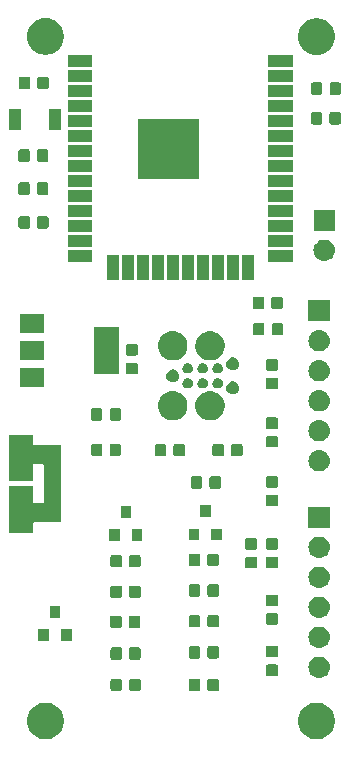
<source format=gts>
G04 #@! TF.GenerationSoftware,KiCad,Pcbnew,(5.1.4)-1*
G04 #@! TF.CreationDate,2019-12-14T13:52:38+08:00*
G04 #@! TF.ProjectId,esp-break,6573702d-6272-4656-916b-2e6b69636164,rev?*
G04 #@! TF.SameCoordinates,Original*
G04 #@! TF.FileFunction,Soldermask,Top*
G04 #@! TF.FilePolarity,Negative*
%FSLAX46Y46*%
G04 Gerber Fmt 4.6, Leading zero omitted, Abs format (unit mm)*
G04 Created by KiCad (PCBNEW (5.1.4)-1) date 2019-12-14 13:52:38*
%MOMM*%
%LPD*%
G04 APERTURE LIST*
%ADD10C,0.100000*%
G04 APERTURE END LIST*
D10*
G36*
X128420185Y-110645202D02*
G01*
X128570010Y-110675004D01*
X128852274Y-110791921D01*
X129106305Y-110961659D01*
X129322341Y-111177695D01*
X129492079Y-111431726D01*
X129608996Y-111713990D01*
X129668600Y-112013640D01*
X129668600Y-112319160D01*
X129608996Y-112618810D01*
X129492079Y-112901074D01*
X129322341Y-113155105D01*
X129106305Y-113371141D01*
X128852274Y-113540879D01*
X128570010Y-113657796D01*
X128420185Y-113687598D01*
X128270361Y-113717400D01*
X127964839Y-113717400D01*
X127815015Y-113687598D01*
X127665190Y-113657796D01*
X127382926Y-113540879D01*
X127128895Y-113371141D01*
X126912859Y-113155105D01*
X126743121Y-112901074D01*
X126626204Y-112618810D01*
X126566600Y-112319160D01*
X126566600Y-112013640D01*
X126626204Y-111713990D01*
X126743121Y-111431726D01*
X126912859Y-111177695D01*
X127128895Y-110961659D01*
X127382926Y-110791921D01*
X127665190Y-110675004D01*
X127815015Y-110645202D01*
X127964839Y-110615400D01*
X128270361Y-110615400D01*
X128420185Y-110645202D01*
X128420185Y-110645202D01*
G37*
G36*
X105458585Y-110645202D02*
G01*
X105608410Y-110675004D01*
X105890674Y-110791921D01*
X106144705Y-110961659D01*
X106360741Y-111177695D01*
X106530479Y-111431726D01*
X106647396Y-111713990D01*
X106707000Y-112013640D01*
X106707000Y-112319160D01*
X106647396Y-112618810D01*
X106530479Y-112901074D01*
X106360741Y-113155105D01*
X106144705Y-113371141D01*
X105890674Y-113540879D01*
X105608410Y-113657796D01*
X105458585Y-113687598D01*
X105308761Y-113717400D01*
X105003239Y-113717400D01*
X104853415Y-113687598D01*
X104703590Y-113657796D01*
X104421326Y-113540879D01*
X104167295Y-113371141D01*
X103951259Y-113155105D01*
X103781521Y-112901074D01*
X103664604Y-112618810D01*
X103605000Y-112319160D01*
X103605000Y-112013640D01*
X103664604Y-111713990D01*
X103781521Y-111431726D01*
X103951259Y-111177695D01*
X104167295Y-110961659D01*
X104421326Y-110791921D01*
X104703590Y-110675004D01*
X104853415Y-110645202D01*
X105003239Y-110615400D01*
X105308761Y-110615400D01*
X105458585Y-110645202D01*
X105458585Y-110645202D01*
G37*
G36*
X119704411Y-108591405D02*
G01*
X119738389Y-108601713D01*
X119769710Y-108618454D01*
X119797159Y-108640981D01*
X119819686Y-108668430D01*
X119836427Y-108699751D01*
X119846735Y-108733729D01*
X119850820Y-108775210D01*
X119850820Y-109451430D01*
X119846735Y-109492911D01*
X119836427Y-109526889D01*
X119819686Y-109558210D01*
X119797159Y-109585659D01*
X119769710Y-109608186D01*
X119738389Y-109624927D01*
X119704411Y-109635235D01*
X119662930Y-109639320D01*
X119061710Y-109639320D01*
X119020229Y-109635235D01*
X118986251Y-109624927D01*
X118954930Y-109608186D01*
X118927481Y-109585659D01*
X118904954Y-109558210D01*
X118888213Y-109526889D01*
X118877905Y-109492911D01*
X118873820Y-109451430D01*
X118873820Y-108775210D01*
X118877905Y-108733729D01*
X118888213Y-108699751D01*
X118904954Y-108668430D01*
X118927481Y-108640981D01*
X118954930Y-108618454D01*
X118986251Y-108601713D01*
X119020229Y-108591405D01*
X119061710Y-108587320D01*
X119662930Y-108587320D01*
X119704411Y-108591405D01*
X119704411Y-108591405D01*
G37*
G36*
X118129411Y-108591405D02*
G01*
X118163389Y-108601713D01*
X118194710Y-108618454D01*
X118222159Y-108640981D01*
X118244686Y-108668430D01*
X118261427Y-108699751D01*
X118271735Y-108733729D01*
X118275820Y-108775210D01*
X118275820Y-109451430D01*
X118271735Y-109492911D01*
X118261427Y-109526889D01*
X118244686Y-109558210D01*
X118222159Y-109585659D01*
X118194710Y-109608186D01*
X118163389Y-109624927D01*
X118129411Y-109635235D01*
X118087930Y-109639320D01*
X117486710Y-109639320D01*
X117445229Y-109635235D01*
X117411251Y-109624927D01*
X117379930Y-109608186D01*
X117352481Y-109585659D01*
X117329954Y-109558210D01*
X117313213Y-109526889D01*
X117302905Y-109492911D01*
X117298820Y-109451430D01*
X117298820Y-108775210D01*
X117302905Y-108733729D01*
X117313213Y-108699751D01*
X117329954Y-108668430D01*
X117352481Y-108640981D01*
X117379930Y-108618454D01*
X117411251Y-108601713D01*
X117445229Y-108591405D01*
X117486710Y-108587320D01*
X118087930Y-108587320D01*
X118129411Y-108591405D01*
X118129411Y-108591405D01*
G37*
G36*
X111492391Y-108578705D02*
G01*
X111526369Y-108589013D01*
X111557690Y-108605754D01*
X111585139Y-108628281D01*
X111607666Y-108655730D01*
X111624407Y-108687051D01*
X111634715Y-108721029D01*
X111638800Y-108762510D01*
X111638800Y-109438730D01*
X111634715Y-109480211D01*
X111624407Y-109514189D01*
X111607666Y-109545510D01*
X111585139Y-109572959D01*
X111557690Y-109595486D01*
X111526369Y-109612227D01*
X111492391Y-109622535D01*
X111450910Y-109626620D01*
X110849690Y-109626620D01*
X110808209Y-109622535D01*
X110774231Y-109612227D01*
X110742910Y-109595486D01*
X110715461Y-109572959D01*
X110692934Y-109545510D01*
X110676193Y-109514189D01*
X110665885Y-109480211D01*
X110661800Y-109438730D01*
X110661800Y-108762510D01*
X110665885Y-108721029D01*
X110676193Y-108687051D01*
X110692934Y-108655730D01*
X110715461Y-108628281D01*
X110742910Y-108605754D01*
X110774231Y-108589013D01*
X110808209Y-108578705D01*
X110849690Y-108574620D01*
X111450910Y-108574620D01*
X111492391Y-108578705D01*
X111492391Y-108578705D01*
G37*
G36*
X113067391Y-108578705D02*
G01*
X113101369Y-108589013D01*
X113132690Y-108605754D01*
X113160139Y-108628281D01*
X113182666Y-108655730D01*
X113199407Y-108687051D01*
X113209715Y-108721029D01*
X113213800Y-108762510D01*
X113213800Y-109438730D01*
X113209715Y-109480211D01*
X113199407Y-109514189D01*
X113182666Y-109545510D01*
X113160139Y-109572959D01*
X113132690Y-109595486D01*
X113101369Y-109612227D01*
X113067391Y-109622535D01*
X113025910Y-109626620D01*
X112424690Y-109626620D01*
X112383209Y-109622535D01*
X112349231Y-109612227D01*
X112317910Y-109595486D01*
X112290461Y-109572959D01*
X112267934Y-109545510D01*
X112251193Y-109514189D01*
X112240885Y-109480211D01*
X112236800Y-109438730D01*
X112236800Y-108762510D01*
X112240885Y-108721029D01*
X112251193Y-108687051D01*
X112267934Y-108655730D01*
X112290461Y-108628281D01*
X112317910Y-108605754D01*
X112349231Y-108589013D01*
X112383209Y-108578705D01*
X112424690Y-108574620D01*
X113025910Y-108574620D01*
X113067391Y-108578705D01*
X113067391Y-108578705D01*
G37*
G36*
X128413581Y-106723579D02*
G01*
X128497427Y-106731837D01*
X128667266Y-106783357D01*
X128823791Y-106867022D01*
X128859454Y-106896290D01*
X128960986Y-106979614D01*
X129044248Y-107081071D01*
X129073578Y-107116809D01*
X129157243Y-107273334D01*
X129208763Y-107443173D01*
X129226159Y-107619800D01*
X129208763Y-107796427D01*
X129157243Y-107966266D01*
X129073578Y-108122791D01*
X129044248Y-108158529D01*
X128960986Y-108259986D01*
X128871227Y-108333648D01*
X128823791Y-108372578D01*
X128667266Y-108456243D01*
X128497427Y-108507763D01*
X128431242Y-108514282D01*
X128365060Y-108520800D01*
X128276540Y-108520800D01*
X128210358Y-108514282D01*
X128144173Y-108507763D01*
X127974334Y-108456243D01*
X127817809Y-108372578D01*
X127770373Y-108333648D01*
X127680614Y-108259986D01*
X127597352Y-108158529D01*
X127568022Y-108122791D01*
X127484357Y-107966266D01*
X127432837Y-107796427D01*
X127415441Y-107619800D01*
X127432837Y-107443173D01*
X127484357Y-107273334D01*
X127568022Y-107116809D01*
X127597352Y-107081071D01*
X127680614Y-106979614D01*
X127782146Y-106896290D01*
X127817809Y-106867022D01*
X127974334Y-106783357D01*
X128144173Y-106731837D01*
X128228019Y-106723579D01*
X128276540Y-106718800D01*
X128365060Y-106718800D01*
X128413581Y-106723579D01*
X128413581Y-106723579D01*
G37*
G36*
X124717671Y-107379325D02*
G01*
X124751649Y-107389633D01*
X124782970Y-107406374D01*
X124810419Y-107428901D01*
X124832946Y-107456350D01*
X124849687Y-107487671D01*
X124859995Y-107521649D01*
X124864080Y-107563130D01*
X124864080Y-108164350D01*
X124859995Y-108205831D01*
X124849687Y-108239809D01*
X124832946Y-108271130D01*
X124810419Y-108298579D01*
X124782970Y-108321106D01*
X124751649Y-108337847D01*
X124717671Y-108348155D01*
X124676190Y-108352240D01*
X123999970Y-108352240D01*
X123958489Y-108348155D01*
X123924511Y-108337847D01*
X123893190Y-108321106D01*
X123865741Y-108298579D01*
X123843214Y-108271130D01*
X123826473Y-108239809D01*
X123816165Y-108205831D01*
X123812080Y-108164350D01*
X123812080Y-107563130D01*
X123816165Y-107521649D01*
X123826473Y-107487671D01*
X123843214Y-107456350D01*
X123865741Y-107428901D01*
X123893190Y-107406374D01*
X123924511Y-107389633D01*
X123958489Y-107379325D01*
X123999970Y-107375240D01*
X124676190Y-107375240D01*
X124717671Y-107379325D01*
X124717671Y-107379325D01*
G37*
G36*
X113067391Y-105929485D02*
G01*
X113101369Y-105939793D01*
X113132690Y-105956534D01*
X113160139Y-105979061D01*
X113182666Y-106006510D01*
X113199407Y-106037831D01*
X113209715Y-106071809D01*
X113213800Y-106113290D01*
X113213800Y-106789510D01*
X113209715Y-106830991D01*
X113199407Y-106864969D01*
X113182666Y-106896290D01*
X113160139Y-106923739D01*
X113132690Y-106946266D01*
X113101369Y-106963007D01*
X113067391Y-106973315D01*
X113025910Y-106977400D01*
X112424690Y-106977400D01*
X112383209Y-106973315D01*
X112349231Y-106963007D01*
X112317910Y-106946266D01*
X112290461Y-106923739D01*
X112267934Y-106896290D01*
X112251193Y-106864969D01*
X112240885Y-106830991D01*
X112236800Y-106789510D01*
X112236800Y-106113290D01*
X112240885Y-106071809D01*
X112251193Y-106037831D01*
X112267934Y-106006510D01*
X112290461Y-105979061D01*
X112317910Y-105956534D01*
X112349231Y-105939793D01*
X112383209Y-105929485D01*
X112424690Y-105925400D01*
X113025910Y-105925400D01*
X113067391Y-105929485D01*
X113067391Y-105929485D01*
G37*
G36*
X111492391Y-105929485D02*
G01*
X111526369Y-105939793D01*
X111557690Y-105956534D01*
X111585139Y-105979061D01*
X111607666Y-106006510D01*
X111624407Y-106037831D01*
X111634715Y-106071809D01*
X111638800Y-106113290D01*
X111638800Y-106789510D01*
X111634715Y-106830991D01*
X111624407Y-106864969D01*
X111607666Y-106896290D01*
X111585139Y-106923739D01*
X111557690Y-106946266D01*
X111526369Y-106963007D01*
X111492391Y-106973315D01*
X111450910Y-106977400D01*
X110849690Y-106977400D01*
X110808209Y-106973315D01*
X110774231Y-106963007D01*
X110742910Y-106946266D01*
X110715461Y-106923739D01*
X110692934Y-106896290D01*
X110676193Y-106864969D01*
X110665885Y-106830991D01*
X110661800Y-106789510D01*
X110661800Y-106113290D01*
X110665885Y-106071809D01*
X110676193Y-106037831D01*
X110692934Y-106006510D01*
X110715461Y-105979061D01*
X110742910Y-105956534D01*
X110774231Y-105939793D01*
X110808209Y-105929485D01*
X110849690Y-105925400D01*
X111450910Y-105925400D01*
X111492391Y-105929485D01*
X111492391Y-105929485D01*
G37*
G36*
X119696791Y-105827885D02*
G01*
X119730769Y-105838193D01*
X119762090Y-105854934D01*
X119789539Y-105877461D01*
X119812066Y-105904910D01*
X119828807Y-105936231D01*
X119839115Y-105970209D01*
X119843200Y-106011690D01*
X119843200Y-106687910D01*
X119839115Y-106729391D01*
X119828807Y-106763369D01*
X119812066Y-106794690D01*
X119789539Y-106822139D01*
X119762090Y-106844666D01*
X119730769Y-106861407D01*
X119696791Y-106871715D01*
X119655310Y-106875800D01*
X119054090Y-106875800D01*
X119012609Y-106871715D01*
X118978631Y-106861407D01*
X118947310Y-106844666D01*
X118919861Y-106822139D01*
X118897334Y-106794690D01*
X118880593Y-106763369D01*
X118870285Y-106729391D01*
X118866200Y-106687910D01*
X118866200Y-106011690D01*
X118870285Y-105970209D01*
X118880593Y-105936231D01*
X118897334Y-105904910D01*
X118919861Y-105877461D01*
X118947310Y-105854934D01*
X118978631Y-105838193D01*
X119012609Y-105827885D01*
X119054090Y-105823800D01*
X119655310Y-105823800D01*
X119696791Y-105827885D01*
X119696791Y-105827885D01*
G37*
G36*
X118121791Y-105827885D02*
G01*
X118155769Y-105838193D01*
X118187090Y-105854934D01*
X118214539Y-105877461D01*
X118237066Y-105904910D01*
X118253807Y-105936231D01*
X118264115Y-105970209D01*
X118268200Y-106011690D01*
X118268200Y-106687910D01*
X118264115Y-106729391D01*
X118253807Y-106763369D01*
X118237066Y-106794690D01*
X118214539Y-106822139D01*
X118187090Y-106844666D01*
X118155769Y-106861407D01*
X118121791Y-106871715D01*
X118080310Y-106875800D01*
X117479090Y-106875800D01*
X117437609Y-106871715D01*
X117403631Y-106861407D01*
X117372310Y-106844666D01*
X117344861Y-106822139D01*
X117322334Y-106794690D01*
X117305593Y-106763369D01*
X117295285Y-106729391D01*
X117291200Y-106687910D01*
X117291200Y-106011690D01*
X117295285Y-105970209D01*
X117305593Y-105936231D01*
X117322334Y-105904910D01*
X117344861Y-105877461D01*
X117372310Y-105854934D01*
X117403631Y-105838193D01*
X117437609Y-105827885D01*
X117479090Y-105823800D01*
X118080310Y-105823800D01*
X118121791Y-105827885D01*
X118121791Y-105827885D01*
G37*
G36*
X124717671Y-105804325D02*
G01*
X124751649Y-105814633D01*
X124782970Y-105831374D01*
X124810419Y-105853901D01*
X124832946Y-105881350D01*
X124849687Y-105912671D01*
X124859995Y-105946649D01*
X124864080Y-105988130D01*
X124864080Y-106589350D01*
X124859995Y-106630831D01*
X124849687Y-106664809D01*
X124832946Y-106696130D01*
X124810419Y-106723579D01*
X124782970Y-106746106D01*
X124751649Y-106762847D01*
X124717671Y-106773155D01*
X124676190Y-106777240D01*
X123999970Y-106777240D01*
X123958489Y-106773155D01*
X123924511Y-106762847D01*
X123893190Y-106746106D01*
X123865741Y-106723579D01*
X123843214Y-106696130D01*
X123826473Y-106664809D01*
X123816165Y-106630831D01*
X123812080Y-106589350D01*
X123812080Y-105988130D01*
X123816165Y-105946649D01*
X123826473Y-105912671D01*
X123843214Y-105881350D01*
X123865741Y-105853901D01*
X123893190Y-105831374D01*
X123924511Y-105814633D01*
X123958489Y-105804325D01*
X123999970Y-105800240D01*
X124676190Y-105800240D01*
X124717671Y-105804325D01*
X124717671Y-105804325D01*
G37*
G36*
X128431243Y-104185319D02*
G01*
X128497427Y-104191837D01*
X128667266Y-104243357D01*
X128823791Y-104327022D01*
X128859529Y-104356352D01*
X128960986Y-104439614D01*
X129044248Y-104541071D01*
X129073578Y-104576809D01*
X129157243Y-104733334D01*
X129208763Y-104903173D01*
X129226159Y-105079800D01*
X129208763Y-105256427D01*
X129157243Y-105426266D01*
X129073578Y-105582791D01*
X129044248Y-105618529D01*
X128960986Y-105719986D01*
X128863195Y-105800240D01*
X128823791Y-105832578D01*
X128667266Y-105916243D01*
X128497427Y-105967763D01*
X128431242Y-105974282D01*
X128365060Y-105980800D01*
X128276540Y-105980800D01*
X128210358Y-105974282D01*
X128144173Y-105967763D01*
X127974334Y-105916243D01*
X127817809Y-105832578D01*
X127778405Y-105800240D01*
X127680614Y-105719986D01*
X127597352Y-105618529D01*
X127568022Y-105582791D01*
X127484357Y-105426266D01*
X127432837Y-105256427D01*
X127415441Y-105079800D01*
X127432837Y-104903173D01*
X127484357Y-104733334D01*
X127568022Y-104576809D01*
X127597352Y-104541071D01*
X127680614Y-104439614D01*
X127782071Y-104356352D01*
X127817809Y-104327022D01*
X127974334Y-104243357D01*
X128144173Y-104191837D01*
X128210357Y-104185319D01*
X128276540Y-104178800D01*
X128365060Y-104178800D01*
X128431243Y-104185319D01*
X128431243Y-104185319D01*
G37*
G36*
X107369800Y-105403000D02*
G01*
X106467800Y-105403000D01*
X106467800Y-104401000D01*
X107369800Y-104401000D01*
X107369800Y-105403000D01*
X107369800Y-105403000D01*
G37*
G36*
X105469800Y-105403000D02*
G01*
X104567800Y-105403000D01*
X104567800Y-104401000D01*
X105469800Y-104401000D01*
X105469800Y-105403000D01*
X105469800Y-105403000D01*
G37*
G36*
X111463991Y-103237085D02*
G01*
X111497969Y-103247393D01*
X111529290Y-103264134D01*
X111556739Y-103286661D01*
X111579266Y-103314110D01*
X111596007Y-103345431D01*
X111606315Y-103379409D01*
X111610400Y-103420890D01*
X111610400Y-104097110D01*
X111606315Y-104138591D01*
X111596007Y-104172569D01*
X111579266Y-104203890D01*
X111556739Y-104231339D01*
X111529290Y-104253866D01*
X111497969Y-104270607D01*
X111463991Y-104280915D01*
X111422510Y-104285000D01*
X110821290Y-104285000D01*
X110779809Y-104280915D01*
X110745831Y-104270607D01*
X110714510Y-104253866D01*
X110687061Y-104231339D01*
X110664534Y-104203890D01*
X110647793Y-104172569D01*
X110637485Y-104138591D01*
X110633400Y-104097110D01*
X110633400Y-103420890D01*
X110637485Y-103379409D01*
X110647793Y-103345431D01*
X110664534Y-103314110D01*
X110687061Y-103286661D01*
X110714510Y-103264134D01*
X110745831Y-103247393D01*
X110779809Y-103237085D01*
X110821290Y-103233000D01*
X111422510Y-103233000D01*
X111463991Y-103237085D01*
X111463991Y-103237085D01*
G37*
G36*
X113038991Y-103237085D02*
G01*
X113072969Y-103247393D01*
X113104290Y-103264134D01*
X113131739Y-103286661D01*
X113154266Y-103314110D01*
X113171007Y-103345431D01*
X113181315Y-103379409D01*
X113185400Y-103420890D01*
X113185400Y-104097110D01*
X113181315Y-104138591D01*
X113171007Y-104172569D01*
X113154266Y-104203890D01*
X113131739Y-104231339D01*
X113104290Y-104253866D01*
X113072969Y-104270607D01*
X113038991Y-104280915D01*
X112997510Y-104285000D01*
X112396290Y-104285000D01*
X112354809Y-104280915D01*
X112320831Y-104270607D01*
X112289510Y-104253866D01*
X112262061Y-104231339D01*
X112239534Y-104203890D01*
X112222793Y-104172569D01*
X112212485Y-104138591D01*
X112208400Y-104097110D01*
X112208400Y-103420890D01*
X112212485Y-103379409D01*
X112222793Y-103345431D01*
X112239534Y-103314110D01*
X112262061Y-103286661D01*
X112289510Y-103264134D01*
X112320831Y-103247393D01*
X112354809Y-103237085D01*
X112396290Y-103233000D01*
X112997510Y-103233000D01*
X113038991Y-103237085D01*
X113038991Y-103237085D01*
G37*
G36*
X119696791Y-103186285D02*
G01*
X119730769Y-103196593D01*
X119762090Y-103213334D01*
X119789539Y-103235861D01*
X119812066Y-103263310D01*
X119828807Y-103294631D01*
X119839115Y-103328609D01*
X119843200Y-103370090D01*
X119843200Y-104046310D01*
X119839115Y-104087791D01*
X119828807Y-104121769D01*
X119812066Y-104153090D01*
X119789539Y-104180539D01*
X119762090Y-104203066D01*
X119730769Y-104219807D01*
X119696791Y-104230115D01*
X119655310Y-104234200D01*
X119054090Y-104234200D01*
X119012609Y-104230115D01*
X118978631Y-104219807D01*
X118947310Y-104203066D01*
X118919861Y-104180539D01*
X118897334Y-104153090D01*
X118880593Y-104121769D01*
X118870285Y-104087791D01*
X118866200Y-104046310D01*
X118866200Y-103370090D01*
X118870285Y-103328609D01*
X118880593Y-103294631D01*
X118897334Y-103263310D01*
X118919861Y-103235861D01*
X118947310Y-103213334D01*
X118978631Y-103196593D01*
X119012609Y-103186285D01*
X119054090Y-103182200D01*
X119655310Y-103182200D01*
X119696791Y-103186285D01*
X119696791Y-103186285D01*
G37*
G36*
X118121791Y-103186285D02*
G01*
X118155769Y-103196593D01*
X118187090Y-103213334D01*
X118214539Y-103235861D01*
X118237066Y-103263310D01*
X118253807Y-103294631D01*
X118264115Y-103328609D01*
X118268200Y-103370090D01*
X118268200Y-104046310D01*
X118264115Y-104087791D01*
X118253807Y-104121769D01*
X118237066Y-104153090D01*
X118214539Y-104180539D01*
X118187090Y-104203066D01*
X118155769Y-104219807D01*
X118121791Y-104230115D01*
X118080310Y-104234200D01*
X117479090Y-104234200D01*
X117437609Y-104230115D01*
X117403631Y-104219807D01*
X117372310Y-104203066D01*
X117344861Y-104180539D01*
X117322334Y-104153090D01*
X117305593Y-104121769D01*
X117295285Y-104087791D01*
X117291200Y-104046310D01*
X117291200Y-103370090D01*
X117295285Y-103328609D01*
X117305593Y-103294631D01*
X117322334Y-103263310D01*
X117344861Y-103235861D01*
X117372310Y-103213334D01*
X117403631Y-103196593D01*
X117437609Y-103186285D01*
X117479090Y-103182200D01*
X118080310Y-103182200D01*
X118121791Y-103186285D01*
X118121791Y-103186285D01*
G37*
G36*
X124712591Y-103046085D02*
G01*
X124746569Y-103056393D01*
X124777890Y-103073134D01*
X124805339Y-103095661D01*
X124827866Y-103123110D01*
X124844607Y-103154431D01*
X124854915Y-103188409D01*
X124859000Y-103229890D01*
X124859000Y-103831110D01*
X124854915Y-103872591D01*
X124844607Y-103906569D01*
X124827866Y-103937890D01*
X124805339Y-103965339D01*
X124777890Y-103987866D01*
X124746569Y-104004607D01*
X124712591Y-104014915D01*
X124671110Y-104019000D01*
X123994890Y-104019000D01*
X123953409Y-104014915D01*
X123919431Y-104004607D01*
X123888110Y-103987866D01*
X123860661Y-103965339D01*
X123838134Y-103937890D01*
X123821393Y-103906569D01*
X123811085Y-103872591D01*
X123807000Y-103831110D01*
X123807000Y-103229890D01*
X123811085Y-103188409D01*
X123821393Y-103154431D01*
X123838134Y-103123110D01*
X123860661Y-103095661D01*
X123888110Y-103073134D01*
X123919431Y-103056393D01*
X123953409Y-103046085D01*
X123994890Y-103042000D01*
X124671110Y-103042000D01*
X124712591Y-103046085D01*
X124712591Y-103046085D01*
G37*
G36*
X128431243Y-101645319D02*
G01*
X128497427Y-101651837D01*
X128667266Y-101703357D01*
X128823791Y-101787022D01*
X128859529Y-101816352D01*
X128960986Y-101899614D01*
X129044248Y-102001071D01*
X129073578Y-102036809D01*
X129157243Y-102193334D01*
X129208763Y-102363173D01*
X129226159Y-102539800D01*
X129208763Y-102716427D01*
X129157243Y-102886266D01*
X129073578Y-103042791D01*
X129062415Y-103056393D01*
X128960986Y-103179986D01*
X128871116Y-103253739D01*
X128823791Y-103292578D01*
X128667266Y-103376243D01*
X128497427Y-103427763D01*
X128431242Y-103434282D01*
X128365060Y-103440800D01*
X128276540Y-103440800D01*
X128210357Y-103434281D01*
X128144173Y-103427763D01*
X127974334Y-103376243D01*
X127817809Y-103292578D01*
X127770484Y-103253739D01*
X127680614Y-103179986D01*
X127579185Y-103056393D01*
X127568022Y-103042791D01*
X127484357Y-102886266D01*
X127432837Y-102716427D01*
X127415441Y-102539800D01*
X127432837Y-102363173D01*
X127484357Y-102193334D01*
X127568022Y-102036809D01*
X127597352Y-102001071D01*
X127680614Y-101899614D01*
X127782071Y-101816352D01*
X127817809Y-101787022D01*
X127974334Y-101703357D01*
X128144173Y-101651837D01*
X128210357Y-101645319D01*
X128276540Y-101638800D01*
X128365060Y-101638800D01*
X128431243Y-101645319D01*
X128431243Y-101645319D01*
G37*
G36*
X106419800Y-103403000D02*
G01*
X105517800Y-103403000D01*
X105517800Y-102401000D01*
X106419800Y-102401000D01*
X106419800Y-103403000D01*
X106419800Y-103403000D01*
G37*
G36*
X124712591Y-101471085D02*
G01*
X124746569Y-101481393D01*
X124777890Y-101498134D01*
X124805339Y-101520661D01*
X124827866Y-101548110D01*
X124844607Y-101579431D01*
X124854915Y-101613409D01*
X124859000Y-101654890D01*
X124859000Y-102256110D01*
X124854915Y-102297591D01*
X124844607Y-102331569D01*
X124827866Y-102362890D01*
X124805339Y-102390339D01*
X124777890Y-102412866D01*
X124746569Y-102429607D01*
X124712591Y-102439915D01*
X124671110Y-102444000D01*
X123994890Y-102444000D01*
X123953409Y-102439915D01*
X123919431Y-102429607D01*
X123888110Y-102412866D01*
X123860661Y-102390339D01*
X123838134Y-102362890D01*
X123821393Y-102331569D01*
X123811085Y-102297591D01*
X123807000Y-102256110D01*
X123807000Y-101654890D01*
X123811085Y-101613409D01*
X123821393Y-101579431D01*
X123838134Y-101548110D01*
X123860661Y-101520661D01*
X123888110Y-101498134D01*
X123919431Y-101481393D01*
X123953409Y-101471085D01*
X123994890Y-101467000D01*
X124671110Y-101467000D01*
X124712591Y-101471085D01*
X124712591Y-101471085D01*
G37*
G36*
X111489391Y-100697085D02*
G01*
X111523369Y-100707393D01*
X111554690Y-100724134D01*
X111582139Y-100746661D01*
X111604666Y-100774110D01*
X111621407Y-100805431D01*
X111631715Y-100839409D01*
X111635800Y-100880890D01*
X111635800Y-101557110D01*
X111631715Y-101598591D01*
X111621407Y-101632569D01*
X111604666Y-101663890D01*
X111582139Y-101691339D01*
X111554690Y-101713866D01*
X111523369Y-101730607D01*
X111489391Y-101740915D01*
X111447910Y-101745000D01*
X110846690Y-101745000D01*
X110805209Y-101740915D01*
X110771231Y-101730607D01*
X110739910Y-101713866D01*
X110712461Y-101691339D01*
X110689934Y-101663890D01*
X110673193Y-101632569D01*
X110662885Y-101598591D01*
X110658800Y-101557110D01*
X110658800Y-100880890D01*
X110662885Y-100839409D01*
X110673193Y-100805431D01*
X110689934Y-100774110D01*
X110712461Y-100746661D01*
X110739910Y-100724134D01*
X110771231Y-100707393D01*
X110805209Y-100697085D01*
X110846690Y-100693000D01*
X111447910Y-100693000D01*
X111489391Y-100697085D01*
X111489391Y-100697085D01*
G37*
G36*
X113064391Y-100697085D02*
G01*
X113098369Y-100707393D01*
X113129690Y-100724134D01*
X113157139Y-100746661D01*
X113179666Y-100774110D01*
X113196407Y-100805431D01*
X113206715Y-100839409D01*
X113210800Y-100880890D01*
X113210800Y-101557110D01*
X113206715Y-101598591D01*
X113196407Y-101632569D01*
X113179666Y-101663890D01*
X113157139Y-101691339D01*
X113129690Y-101713866D01*
X113098369Y-101730607D01*
X113064391Y-101740915D01*
X113022910Y-101745000D01*
X112421690Y-101745000D01*
X112380209Y-101740915D01*
X112346231Y-101730607D01*
X112314910Y-101713866D01*
X112287461Y-101691339D01*
X112264934Y-101663890D01*
X112248193Y-101632569D01*
X112237885Y-101598591D01*
X112233800Y-101557110D01*
X112233800Y-100880890D01*
X112237885Y-100839409D01*
X112248193Y-100805431D01*
X112264934Y-100774110D01*
X112287461Y-100746661D01*
X112314910Y-100724134D01*
X112346231Y-100707393D01*
X112380209Y-100697085D01*
X112421690Y-100693000D01*
X113022910Y-100693000D01*
X113064391Y-100697085D01*
X113064391Y-100697085D01*
G37*
G36*
X119696791Y-100595485D02*
G01*
X119730769Y-100605793D01*
X119762090Y-100622534D01*
X119789539Y-100645061D01*
X119812066Y-100672510D01*
X119828807Y-100703831D01*
X119839115Y-100737809D01*
X119843200Y-100779290D01*
X119843200Y-101455510D01*
X119839115Y-101496991D01*
X119828807Y-101530969D01*
X119812066Y-101562290D01*
X119789539Y-101589739D01*
X119762090Y-101612266D01*
X119730769Y-101629007D01*
X119696791Y-101639315D01*
X119655310Y-101643400D01*
X119054090Y-101643400D01*
X119012609Y-101639315D01*
X118978631Y-101629007D01*
X118947310Y-101612266D01*
X118919861Y-101589739D01*
X118897334Y-101562290D01*
X118880593Y-101530969D01*
X118870285Y-101496991D01*
X118866200Y-101455510D01*
X118866200Y-100779290D01*
X118870285Y-100737809D01*
X118880593Y-100703831D01*
X118897334Y-100672510D01*
X118919861Y-100645061D01*
X118947310Y-100622534D01*
X118978631Y-100605793D01*
X119012609Y-100595485D01*
X119054090Y-100591400D01*
X119655310Y-100591400D01*
X119696791Y-100595485D01*
X119696791Y-100595485D01*
G37*
G36*
X118121791Y-100595485D02*
G01*
X118155769Y-100605793D01*
X118187090Y-100622534D01*
X118214539Y-100645061D01*
X118237066Y-100672510D01*
X118253807Y-100703831D01*
X118264115Y-100737809D01*
X118268200Y-100779290D01*
X118268200Y-101455510D01*
X118264115Y-101496991D01*
X118253807Y-101530969D01*
X118237066Y-101562290D01*
X118214539Y-101589739D01*
X118187090Y-101612266D01*
X118155769Y-101629007D01*
X118121791Y-101639315D01*
X118080310Y-101643400D01*
X117479090Y-101643400D01*
X117437609Y-101639315D01*
X117403631Y-101629007D01*
X117372310Y-101612266D01*
X117344861Y-101589739D01*
X117322334Y-101562290D01*
X117305593Y-101530969D01*
X117295285Y-101496991D01*
X117291200Y-101455510D01*
X117291200Y-100779290D01*
X117295285Y-100737809D01*
X117305593Y-100703831D01*
X117322334Y-100672510D01*
X117344861Y-100645061D01*
X117372310Y-100622534D01*
X117403631Y-100605793D01*
X117437609Y-100595485D01*
X117479090Y-100591400D01*
X118080310Y-100591400D01*
X118121791Y-100595485D01*
X118121791Y-100595485D01*
G37*
G36*
X128431243Y-99105319D02*
G01*
X128497427Y-99111837D01*
X128667266Y-99163357D01*
X128823791Y-99247022D01*
X128859529Y-99276352D01*
X128960986Y-99359614D01*
X129044248Y-99461071D01*
X129073578Y-99496809D01*
X129157243Y-99653334D01*
X129208763Y-99823173D01*
X129226159Y-99999800D01*
X129208763Y-100176427D01*
X129157243Y-100346266D01*
X129073578Y-100502791D01*
X129044248Y-100538529D01*
X128960986Y-100639986D01*
X128859529Y-100723248D01*
X128823791Y-100752578D01*
X128823789Y-100752579D01*
X128668376Y-100835650D01*
X128667266Y-100836243D01*
X128497427Y-100887763D01*
X128431242Y-100894282D01*
X128365060Y-100900800D01*
X128276540Y-100900800D01*
X128210358Y-100894282D01*
X128144173Y-100887763D01*
X127974334Y-100836243D01*
X127973225Y-100835650D01*
X127817811Y-100752579D01*
X127817809Y-100752578D01*
X127782071Y-100723248D01*
X127680614Y-100639986D01*
X127597352Y-100538529D01*
X127568022Y-100502791D01*
X127484357Y-100346266D01*
X127432837Y-100176427D01*
X127415441Y-99999800D01*
X127432837Y-99823173D01*
X127484357Y-99653334D01*
X127568022Y-99496809D01*
X127597352Y-99461071D01*
X127680614Y-99359614D01*
X127782071Y-99276352D01*
X127817809Y-99247022D01*
X127974334Y-99163357D01*
X128144173Y-99111837D01*
X128210357Y-99105319D01*
X128276540Y-99098800D01*
X128365060Y-99098800D01*
X128431243Y-99105319D01*
X128431243Y-99105319D01*
G37*
G36*
X122959991Y-98270885D02*
G01*
X122993969Y-98281193D01*
X123025290Y-98297934D01*
X123052739Y-98320461D01*
X123075266Y-98347910D01*
X123092007Y-98379231D01*
X123102315Y-98413209D01*
X123106400Y-98454690D01*
X123106400Y-99055910D01*
X123102315Y-99097391D01*
X123092007Y-99131369D01*
X123075266Y-99162690D01*
X123052739Y-99190139D01*
X123025290Y-99212666D01*
X122993969Y-99229407D01*
X122959991Y-99239715D01*
X122918510Y-99243800D01*
X122242290Y-99243800D01*
X122200809Y-99239715D01*
X122166831Y-99229407D01*
X122135510Y-99212666D01*
X122108061Y-99190139D01*
X122085534Y-99162690D01*
X122068793Y-99131369D01*
X122058485Y-99097391D01*
X122054400Y-99055910D01*
X122054400Y-98454690D01*
X122058485Y-98413209D01*
X122068793Y-98379231D01*
X122085534Y-98347910D01*
X122108061Y-98320461D01*
X122135510Y-98297934D01*
X122166831Y-98281193D01*
X122200809Y-98270885D01*
X122242290Y-98266800D01*
X122918510Y-98266800D01*
X122959991Y-98270885D01*
X122959991Y-98270885D01*
G37*
G36*
X124717671Y-98263265D02*
G01*
X124751649Y-98273573D01*
X124782970Y-98290314D01*
X124810419Y-98312841D01*
X124832946Y-98340290D01*
X124849687Y-98371611D01*
X124859995Y-98405589D01*
X124864080Y-98447070D01*
X124864080Y-99048290D01*
X124859995Y-99089771D01*
X124849687Y-99123749D01*
X124832946Y-99155070D01*
X124810419Y-99182519D01*
X124782970Y-99205046D01*
X124751649Y-99221787D01*
X124717671Y-99232095D01*
X124676190Y-99236180D01*
X123999970Y-99236180D01*
X123958489Y-99232095D01*
X123924511Y-99221787D01*
X123893190Y-99205046D01*
X123865741Y-99182519D01*
X123843214Y-99155070D01*
X123826473Y-99123749D01*
X123816165Y-99089771D01*
X123812080Y-99048290D01*
X123812080Y-98447070D01*
X123816165Y-98405589D01*
X123826473Y-98371611D01*
X123843214Y-98340290D01*
X123865741Y-98312841D01*
X123893190Y-98290314D01*
X123924511Y-98273573D01*
X123958489Y-98263265D01*
X123999970Y-98259180D01*
X124676190Y-98259180D01*
X124717671Y-98263265D01*
X124717671Y-98263265D01*
G37*
G36*
X111489391Y-98106285D02*
G01*
X111523369Y-98116593D01*
X111554690Y-98133334D01*
X111582139Y-98155861D01*
X111604666Y-98183310D01*
X111621407Y-98214631D01*
X111631715Y-98248609D01*
X111635800Y-98290090D01*
X111635800Y-98966310D01*
X111631715Y-99007791D01*
X111621407Y-99041769D01*
X111604666Y-99073090D01*
X111582139Y-99100539D01*
X111554690Y-99123066D01*
X111523369Y-99139807D01*
X111489391Y-99150115D01*
X111447910Y-99154200D01*
X110846690Y-99154200D01*
X110805209Y-99150115D01*
X110771231Y-99139807D01*
X110739910Y-99123066D01*
X110712461Y-99100539D01*
X110689934Y-99073090D01*
X110673193Y-99041769D01*
X110662885Y-99007791D01*
X110658800Y-98966310D01*
X110658800Y-98290090D01*
X110662885Y-98248609D01*
X110673193Y-98214631D01*
X110689934Y-98183310D01*
X110712461Y-98155861D01*
X110739910Y-98133334D01*
X110771231Y-98116593D01*
X110805209Y-98106285D01*
X110846690Y-98102200D01*
X111447910Y-98102200D01*
X111489391Y-98106285D01*
X111489391Y-98106285D01*
G37*
G36*
X113064391Y-98106285D02*
G01*
X113098369Y-98116593D01*
X113129690Y-98133334D01*
X113157139Y-98155861D01*
X113179666Y-98183310D01*
X113196407Y-98214631D01*
X113206715Y-98248609D01*
X113210800Y-98290090D01*
X113210800Y-98966310D01*
X113206715Y-99007791D01*
X113196407Y-99041769D01*
X113179666Y-99073090D01*
X113157139Y-99100539D01*
X113129690Y-99123066D01*
X113098369Y-99139807D01*
X113064391Y-99150115D01*
X113022910Y-99154200D01*
X112421690Y-99154200D01*
X112380209Y-99150115D01*
X112346231Y-99139807D01*
X112314910Y-99123066D01*
X112287461Y-99100539D01*
X112264934Y-99073090D01*
X112248193Y-99041769D01*
X112237885Y-99007791D01*
X112233800Y-98966310D01*
X112233800Y-98290090D01*
X112237885Y-98248609D01*
X112248193Y-98214631D01*
X112264934Y-98183310D01*
X112287461Y-98155861D01*
X112314910Y-98133334D01*
X112346231Y-98116593D01*
X112380209Y-98106285D01*
X112421690Y-98102200D01*
X113022910Y-98102200D01*
X113064391Y-98106285D01*
X113064391Y-98106285D01*
G37*
G36*
X119693791Y-98004685D02*
G01*
X119727769Y-98014993D01*
X119759090Y-98031734D01*
X119786539Y-98054261D01*
X119809066Y-98081710D01*
X119825807Y-98113031D01*
X119836115Y-98147009D01*
X119840200Y-98188490D01*
X119840200Y-98864710D01*
X119836115Y-98906191D01*
X119825807Y-98940169D01*
X119809066Y-98971490D01*
X119786539Y-98998939D01*
X119759090Y-99021466D01*
X119727769Y-99038207D01*
X119693791Y-99048515D01*
X119652310Y-99052600D01*
X119051090Y-99052600D01*
X119009609Y-99048515D01*
X118975631Y-99038207D01*
X118944310Y-99021466D01*
X118916861Y-98998939D01*
X118894334Y-98971490D01*
X118877593Y-98940169D01*
X118867285Y-98906191D01*
X118863200Y-98864710D01*
X118863200Y-98188490D01*
X118867285Y-98147009D01*
X118877593Y-98113031D01*
X118894334Y-98081710D01*
X118916861Y-98054261D01*
X118944310Y-98031734D01*
X118975631Y-98014993D01*
X119009609Y-98004685D01*
X119051090Y-98000600D01*
X119652310Y-98000600D01*
X119693791Y-98004685D01*
X119693791Y-98004685D01*
G37*
G36*
X118118791Y-98004685D02*
G01*
X118152769Y-98014993D01*
X118184090Y-98031734D01*
X118211539Y-98054261D01*
X118234066Y-98081710D01*
X118250807Y-98113031D01*
X118261115Y-98147009D01*
X118265200Y-98188490D01*
X118265200Y-98864710D01*
X118261115Y-98906191D01*
X118250807Y-98940169D01*
X118234066Y-98971490D01*
X118211539Y-98998939D01*
X118184090Y-99021466D01*
X118152769Y-99038207D01*
X118118791Y-99048515D01*
X118077310Y-99052600D01*
X117476090Y-99052600D01*
X117434609Y-99048515D01*
X117400631Y-99038207D01*
X117369310Y-99021466D01*
X117341861Y-98998939D01*
X117319334Y-98971490D01*
X117302593Y-98940169D01*
X117292285Y-98906191D01*
X117288200Y-98864710D01*
X117288200Y-98188490D01*
X117292285Y-98147009D01*
X117302593Y-98113031D01*
X117319334Y-98081710D01*
X117341861Y-98054261D01*
X117369310Y-98031734D01*
X117400631Y-98014993D01*
X117434609Y-98004685D01*
X117476090Y-98000600D01*
X118077310Y-98000600D01*
X118118791Y-98004685D01*
X118118791Y-98004685D01*
G37*
G36*
X128431243Y-96565319D02*
G01*
X128497427Y-96571837D01*
X128667266Y-96623357D01*
X128823791Y-96707022D01*
X128846116Y-96725344D01*
X128960986Y-96819614D01*
X129044248Y-96921071D01*
X129073578Y-96956809D01*
X129157243Y-97113334D01*
X129208763Y-97283173D01*
X129226159Y-97459800D01*
X129208763Y-97636427D01*
X129157243Y-97806266D01*
X129073578Y-97962791D01*
X129044248Y-97998529D01*
X128960986Y-98099986D01*
X128871116Y-98173739D01*
X128823791Y-98212578D01*
X128667266Y-98296243D01*
X128497427Y-98347763D01*
X128431242Y-98354282D01*
X128365060Y-98360800D01*
X128276540Y-98360800D01*
X128210358Y-98354282D01*
X128144173Y-98347763D01*
X127974334Y-98296243D01*
X127817809Y-98212578D01*
X127770484Y-98173739D01*
X127680614Y-98099986D01*
X127597352Y-97998529D01*
X127568022Y-97962791D01*
X127484357Y-97806266D01*
X127432837Y-97636427D01*
X127415441Y-97459800D01*
X127432837Y-97283173D01*
X127484357Y-97113334D01*
X127568022Y-96956809D01*
X127597352Y-96921071D01*
X127680614Y-96819614D01*
X127795484Y-96725344D01*
X127817809Y-96707022D01*
X127974334Y-96623357D01*
X128144173Y-96571837D01*
X128210357Y-96565319D01*
X128276540Y-96558800D01*
X128365060Y-96558800D01*
X128431243Y-96565319D01*
X128431243Y-96565319D01*
G37*
G36*
X122959991Y-96695885D02*
G01*
X122993969Y-96706193D01*
X123025290Y-96722934D01*
X123052739Y-96745461D01*
X123075266Y-96772910D01*
X123092007Y-96804231D01*
X123102315Y-96838209D01*
X123106400Y-96879690D01*
X123106400Y-97480910D01*
X123102315Y-97522391D01*
X123092007Y-97556369D01*
X123075266Y-97587690D01*
X123052739Y-97615139D01*
X123025290Y-97637666D01*
X122993969Y-97654407D01*
X122959991Y-97664715D01*
X122918510Y-97668800D01*
X122242290Y-97668800D01*
X122200809Y-97664715D01*
X122166831Y-97654407D01*
X122135510Y-97637666D01*
X122108061Y-97615139D01*
X122085534Y-97587690D01*
X122068793Y-97556369D01*
X122058485Y-97522391D01*
X122054400Y-97480910D01*
X122054400Y-96879690D01*
X122058485Y-96838209D01*
X122068793Y-96804231D01*
X122085534Y-96772910D01*
X122108061Y-96745461D01*
X122135510Y-96722934D01*
X122166831Y-96706193D01*
X122200809Y-96695885D01*
X122242290Y-96691800D01*
X122918510Y-96691800D01*
X122959991Y-96695885D01*
X122959991Y-96695885D01*
G37*
G36*
X124717671Y-96688265D02*
G01*
X124751649Y-96698573D01*
X124782970Y-96715314D01*
X124810419Y-96737841D01*
X124832946Y-96765290D01*
X124849687Y-96796611D01*
X124859995Y-96830589D01*
X124864080Y-96872070D01*
X124864080Y-97473290D01*
X124859995Y-97514771D01*
X124849687Y-97548749D01*
X124832946Y-97580070D01*
X124810419Y-97607519D01*
X124782970Y-97630046D01*
X124751649Y-97646787D01*
X124717671Y-97657095D01*
X124676190Y-97661180D01*
X123999970Y-97661180D01*
X123958489Y-97657095D01*
X123924511Y-97646787D01*
X123893190Y-97630046D01*
X123865741Y-97607519D01*
X123843214Y-97580070D01*
X123826473Y-97548749D01*
X123816165Y-97514771D01*
X123812080Y-97473290D01*
X123812080Y-96872070D01*
X123816165Y-96830589D01*
X123826473Y-96796611D01*
X123843214Y-96765290D01*
X123865741Y-96737841D01*
X123893190Y-96715314D01*
X123924511Y-96698573D01*
X123958489Y-96688265D01*
X123999970Y-96684180D01*
X124676190Y-96684180D01*
X124717671Y-96688265D01*
X124717671Y-96688265D01*
G37*
G36*
X113364200Y-96938200D02*
G01*
X112462200Y-96938200D01*
X112462200Y-95936200D01*
X113364200Y-95936200D01*
X113364200Y-96938200D01*
X113364200Y-96938200D01*
G37*
G36*
X111464200Y-96938200D02*
G01*
X110562200Y-96938200D01*
X110562200Y-95936200D01*
X111464200Y-95936200D01*
X111464200Y-96938200D01*
X111464200Y-96938200D01*
G37*
G36*
X118195200Y-96878000D02*
G01*
X117293200Y-96878000D01*
X117293200Y-95876000D01*
X118195200Y-95876000D01*
X118195200Y-96878000D01*
X118195200Y-96878000D01*
G37*
G36*
X120095200Y-96878000D02*
G01*
X119193200Y-96878000D01*
X119193200Y-95876000D01*
X120095200Y-95876000D01*
X120095200Y-96878000D01*
X120095200Y-96878000D01*
G37*
G36*
X104093400Y-88699001D02*
G01*
X104095802Y-88723387D01*
X104102915Y-88746836D01*
X104114466Y-88768447D01*
X104130011Y-88787389D01*
X104148953Y-88802934D01*
X104170564Y-88814485D01*
X104194013Y-88821598D01*
X104218399Y-88824000D01*
X106493400Y-88824000D01*
X106493400Y-95326000D01*
X104218399Y-95326000D01*
X104194013Y-95328402D01*
X104170564Y-95335515D01*
X104148953Y-95347066D01*
X104130011Y-95362611D01*
X104114466Y-95381553D01*
X104102915Y-95403164D01*
X104095802Y-95426613D01*
X104093400Y-95450999D01*
X104093400Y-96223500D01*
X102091400Y-96223500D01*
X102091400Y-92276500D01*
X104093400Y-92276500D01*
X104093400Y-93624001D01*
X104095802Y-93648387D01*
X104102915Y-93671836D01*
X104114466Y-93693447D01*
X104130011Y-93712389D01*
X104148953Y-93727934D01*
X104170564Y-93739485D01*
X104194013Y-93746598D01*
X104218399Y-93749000D01*
X104886401Y-93749000D01*
X104910787Y-93746598D01*
X104934236Y-93739485D01*
X104955847Y-93727934D01*
X104974789Y-93712389D01*
X104990334Y-93693447D01*
X105001885Y-93671836D01*
X105008998Y-93648387D01*
X105011400Y-93624001D01*
X105011400Y-90525999D01*
X105008998Y-90501613D01*
X105001885Y-90478164D01*
X104990334Y-90456553D01*
X104974789Y-90437611D01*
X104955847Y-90422066D01*
X104934236Y-90410515D01*
X104910787Y-90403402D01*
X104886401Y-90401000D01*
X104218399Y-90401000D01*
X104194013Y-90403402D01*
X104170564Y-90410515D01*
X104148953Y-90422066D01*
X104130011Y-90437611D01*
X104114466Y-90456553D01*
X104102915Y-90478164D01*
X104095802Y-90501613D01*
X104093400Y-90525999D01*
X104093400Y-91873500D01*
X102091400Y-91873500D01*
X102091400Y-87926500D01*
X104093400Y-87926500D01*
X104093400Y-88699001D01*
X104093400Y-88699001D01*
G37*
G36*
X129221800Y-95820800D02*
G01*
X127419800Y-95820800D01*
X127419800Y-94018800D01*
X129221800Y-94018800D01*
X129221800Y-95820800D01*
X129221800Y-95820800D01*
G37*
G36*
X112414200Y-94938200D02*
G01*
X111512200Y-94938200D01*
X111512200Y-93936200D01*
X112414200Y-93936200D01*
X112414200Y-94938200D01*
X112414200Y-94938200D01*
G37*
G36*
X119145200Y-94878000D02*
G01*
X118243200Y-94878000D01*
X118243200Y-93876000D01*
X119145200Y-93876000D01*
X119145200Y-94878000D01*
X119145200Y-94878000D01*
G37*
G36*
X124712591Y-93013085D02*
G01*
X124746569Y-93023393D01*
X124777890Y-93040134D01*
X124805339Y-93062661D01*
X124827866Y-93090110D01*
X124844607Y-93121431D01*
X124854915Y-93155409D01*
X124859000Y-93196890D01*
X124859000Y-93798110D01*
X124854915Y-93839591D01*
X124844607Y-93873569D01*
X124827866Y-93904890D01*
X124805339Y-93932339D01*
X124777890Y-93954866D01*
X124746569Y-93971607D01*
X124712591Y-93981915D01*
X124671110Y-93986000D01*
X123994890Y-93986000D01*
X123953409Y-93981915D01*
X123919431Y-93971607D01*
X123888110Y-93954866D01*
X123860661Y-93932339D01*
X123838134Y-93904890D01*
X123821393Y-93873569D01*
X123811085Y-93839591D01*
X123807000Y-93798110D01*
X123807000Y-93196890D01*
X123811085Y-93155409D01*
X123821393Y-93121431D01*
X123838134Y-93090110D01*
X123860661Y-93062661D01*
X123888110Y-93040134D01*
X123919431Y-93023393D01*
X123953409Y-93013085D01*
X123994890Y-93009000D01*
X124671110Y-93009000D01*
X124712591Y-93013085D01*
X124712591Y-93013085D01*
G37*
G36*
X118296591Y-91451485D02*
G01*
X118330569Y-91461793D01*
X118361890Y-91478534D01*
X118389339Y-91501061D01*
X118411866Y-91528510D01*
X118428607Y-91559831D01*
X118438915Y-91593809D01*
X118443000Y-91635290D01*
X118443000Y-92311510D01*
X118438915Y-92352991D01*
X118428607Y-92386969D01*
X118411866Y-92418290D01*
X118389339Y-92445739D01*
X118361890Y-92468266D01*
X118330569Y-92485007D01*
X118296591Y-92495315D01*
X118255110Y-92499400D01*
X117653890Y-92499400D01*
X117612409Y-92495315D01*
X117578431Y-92485007D01*
X117547110Y-92468266D01*
X117519661Y-92445739D01*
X117497134Y-92418290D01*
X117480393Y-92386969D01*
X117470085Y-92352991D01*
X117466000Y-92311510D01*
X117466000Y-91635290D01*
X117470085Y-91593809D01*
X117480393Y-91559831D01*
X117497134Y-91528510D01*
X117519661Y-91501061D01*
X117547110Y-91478534D01*
X117578431Y-91461793D01*
X117612409Y-91451485D01*
X117653890Y-91447400D01*
X118255110Y-91447400D01*
X118296591Y-91451485D01*
X118296591Y-91451485D01*
G37*
G36*
X119871591Y-91451485D02*
G01*
X119905569Y-91461793D01*
X119936890Y-91478534D01*
X119964339Y-91501061D01*
X119986866Y-91528510D01*
X120003607Y-91559831D01*
X120013915Y-91593809D01*
X120018000Y-91635290D01*
X120018000Y-92311510D01*
X120013915Y-92352991D01*
X120003607Y-92386969D01*
X119986866Y-92418290D01*
X119964339Y-92445739D01*
X119936890Y-92468266D01*
X119905569Y-92485007D01*
X119871591Y-92495315D01*
X119830110Y-92499400D01*
X119228890Y-92499400D01*
X119187409Y-92495315D01*
X119153431Y-92485007D01*
X119122110Y-92468266D01*
X119094661Y-92445739D01*
X119072134Y-92418290D01*
X119055393Y-92386969D01*
X119045085Y-92352991D01*
X119041000Y-92311510D01*
X119041000Y-91635290D01*
X119045085Y-91593809D01*
X119055393Y-91559831D01*
X119072134Y-91528510D01*
X119094661Y-91501061D01*
X119122110Y-91478534D01*
X119153431Y-91461793D01*
X119187409Y-91451485D01*
X119228890Y-91447400D01*
X119830110Y-91447400D01*
X119871591Y-91451485D01*
X119871591Y-91451485D01*
G37*
G36*
X124712591Y-91438085D02*
G01*
X124746569Y-91448393D01*
X124777890Y-91465134D01*
X124805339Y-91487661D01*
X124827866Y-91515110D01*
X124844607Y-91546431D01*
X124854915Y-91580409D01*
X124859000Y-91621890D01*
X124859000Y-92223110D01*
X124854915Y-92264591D01*
X124844607Y-92298569D01*
X124827866Y-92329890D01*
X124805339Y-92357339D01*
X124777890Y-92379866D01*
X124746569Y-92396607D01*
X124712591Y-92406915D01*
X124671110Y-92411000D01*
X123994890Y-92411000D01*
X123953409Y-92406915D01*
X123919431Y-92396607D01*
X123888110Y-92379866D01*
X123860661Y-92357339D01*
X123838134Y-92329890D01*
X123821393Y-92298569D01*
X123811085Y-92264591D01*
X123807000Y-92223110D01*
X123807000Y-91621890D01*
X123811085Y-91580409D01*
X123821393Y-91546431D01*
X123838134Y-91515110D01*
X123860661Y-91487661D01*
X123888110Y-91465134D01*
X123919431Y-91448393D01*
X123953409Y-91438085D01*
X123994890Y-91434000D01*
X124671110Y-91434000D01*
X124712591Y-91438085D01*
X124712591Y-91438085D01*
G37*
G36*
X128431242Y-89224718D02*
G01*
X128497427Y-89231237D01*
X128667266Y-89282757D01*
X128823791Y-89366422D01*
X128859529Y-89395752D01*
X128960986Y-89479014D01*
X129013423Y-89542910D01*
X129073578Y-89616209D01*
X129157243Y-89772734D01*
X129208763Y-89942573D01*
X129226159Y-90119200D01*
X129208763Y-90295827D01*
X129165753Y-90437611D01*
X129157242Y-90465668D01*
X129138029Y-90501613D01*
X129073578Y-90622191D01*
X129044248Y-90657929D01*
X128960986Y-90759386D01*
X128859529Y-90842648D01*
X128823791Y-90871978D01*
X128667266Y-90955643D01*
X128497427Y-91007163D01*
X128431242Y-91013682D01*
X128365060Y-91020200D01*
X128276540Y-91020200D01*
X128210358Y-91013682D01*
X128144173Y-91007163D01*
X127974334Y-90955643D01*
X127817809Y-90871978D01*
X127782071Y-90842648D01*
X127680614Y-90759386D01*
X127597352Y-90657929D01*
X127568022Y-90622191D01*
X127503571Y-90501613D01*
X127484358Y-90465668D01*
X127475847Y-90437611D01*
X127432837Y-90295827D01*
X127415441Y-90119200D01*
X127432837Y-89942573D01*
X127484357Y-89772734D01*
X127568022Y-89616209D01*
X127628177Y-89542910D01*
X127680614Y-89479014D01*
X127782071Y-89395752D01*
X127817809Y-89366422D01*
X127974334Y-89282757D01*
X128144173Y-89231237D01*
X128210358Y-89224718D01*
X128276540Y-89218200D01*
X128365060Y-89218200D01*
X128431242Y-89224718D01*
X128431242Y-89224718D01*
G37*
G36*
X121703391Y-88708285D02*
G01*
X121737369Y-88718593D01*
X121768690Y-88735334D01*
X121796139Y-88757861D01*
X121818666Y-88785310D01*
X121835407Y-88816631D01*
X121845715Y-88850609D01*
X121849800Y-88892090D01*
X121849800Y-89568310D01*
X121845715Y-89609791D01*
X121835407Y-89643769D01*
X121818666Y-89675090D01*
X121796139Y-89702539D01*
X121768690Y-89725066D01*
X121737369Y-89741807D01*
X121703391Y-89752115D01*
X121661910Y-89756200D01*
X121060690Y-89756200D01*
X121019209Y-89752115D01*
X120985231Y-89741807D01*
X120953910Y-89725066D01*
X120926461Y-89702539D01*
X120903934Y-89675090D01*
X120887193Y-89643769D01*
X120876885Y-89609791D01*
X120872800Y-89568310D01*
X120872800Y-88892090D01*
X120876885Y-88850609D01*
X120887193Y-88816631D01*
X120903934Y-88785310D01*
X120926461Y-88757861D01*
X120953910Y-88735334D01*
X120985231Y-88718593D01*
X121019209Y-88708285D01*
X121060690Y-88704200D01*
X121661910Y-88704200D01*
X121703391Y-88708285D01*
X121703391Y-88708285D01*
G37*
G36*
X120128391Y-88708285D02*
G01*
X120162369Y-88718593D01*
X120193690Y-88735334D01*
X120221139Y-88757861D01*
X120243666Y-88785310D01*
X120260407Y-88816631D01*
X120270715Y-88850609D01*
X120274800Y-88892090D01*
X120274800Y-89568310D01*
X120270715Y-89609791D01*
X120260407Y-89643769D01*
X120243666Y-89675090D01*
X120221139Y-89702539D01*
X120193690Y-89725066D01*
X120162369Y-89741807D01*
X120128391Y-89752115D01*
X120086910Y-89756200D01*
X119485690Y-89756200D01*
X119444209Y-89752115D01*
X119410231Y-89741807D01*
X119378910Y-89725066D01*
X119351461Y-89702539D01*
X119328934Y-89675090D01*
X119312193Y-89643769D01*
X119301885Y-89609791D01*
X119297800Y-89568310D01*
X119297800Y-88892090D01*
X119301885Y-88850609D01*
X119312193Y-88816631D01*
X119328934Y-88785310D01*
X119351461Y-88757861D01*
X119378910Y-88735334D01*
X119410231Y-88718593D01*
X119444209Y-88708285D01*
X119485690Y-88704200D01*
X120086910Y-88704200D01*
X120128391Y-88708285D01*
X120128391Y-88708285D01*
G37*
G36*
X116826591Y-88708285D02*
G01*
X116860569Y-88718593D01*
X116891890Y-88735334D01*
X116919339Y-88757861D01*
X116941866Y-88785310D01*
X116958607Y-88816631D01*
X116968915Y-88850609D01*
X116973000Y-88892090D01*
X116973000Y-89568310D01*
X116968915Y-89609791D01*
X116958607Y-89643769D01*
X116941866Y-89675090D01*
X116919339Y-89702539D01*
X116891890Y-89725066D01*
X116860569Y-89741807D01*
X116826591Y-89752115D01*
X116785110Y-89756200D01*
X116183890Y-89756200D01*
X116142409Y-89752115D01*
X116108431Y-89741807D01*
X116077110Y-89725066D01*
X116049661Y-89702539D01*
X116027134Y-89675090D01*
X116010393Y-89643769D01*
X116000085Y-89609791D01*
X115996000Y-89568310D01*
X115996000Y-88892090D01*
X116000085Y-88850609D01*
X116010393Y-88816631D01*
X116027134Y-88785310D01*
X116049661Y-88757861D01*
X116077110Y-88735334D01*
X116108431Y-88718593D01*
X116142409Y-88708285D01*
X116183890Y-88704200D01*
X116785110Y-88704200D01*
X116826591Y-88708285D01*
X116826591Y-88708285D01*
G37*
G36*
X115251591Y-88708285D02*
G01*
X115285569Y-88718593D01*
X115316890Y-88735334D01*
X115344339Y-88757861D01*
X115366866Y-88785310D01*
X115383607Y-88816631D01*
X115393915Y-88850609D01*
X115398000Y-88892090D01*
X115398000Y-89568310D01*
X115393915Y-89609791D01*
X115383607Y-89643769D01*
X115366866Y-89675090D01*
X115344339Y-89702539D01*
X115316890Y-89725066D01*
X115285569Y-89741807D01*
X115251591Y-89752115D01*
X115210110Y-89756200D01*
X114608890Y-89756200D01*
X114567409Y-89752115D01*
X114533431Y-89741807D01*
X114502110Y-89725066D01*
X114474661Y-89702539D01*
X114452134Y-89675090D01*
X114435393Y-89643769D01*
X114425085Y-89609791D01*
X114421000Y-89568310D01*
X114421000Y-88892090D01*
X114425085Y-88850609D01*
X114435393Y-88816631D01*
X114452134Y-88785310D01*
X114474661Y-88757861D01*
X114502110Y-88735334D01*
X114533431Y-88718593D01*
X114567409Y-88708285D01*
X114608890Y-88704200D01*
X115210110Y-88704200D01*
X115251591Y-88708285D01*
X115251591Y-88708285D01*
G37*
G36*
X109841391Y-88682885D02*
G01*
X109875369Y-88693193D01*
X109906690Y-88709934D01*
X109934139Y-88732461D01*
X109956666Y-88759910D01*
X109973407Y-88791231D01*
X109983715Y-88825209D01*
X109987800Y-88866690D01*
X109987800Y-89542910D01*
X109983715Y-89584391D01*
X109973407Y-89618369D01*
X109956666Y-89649690D01*
X109934139Y-89677139D01*
X109906690Y-89699666D01*
X109875369Y-89716407D01*
X109841391Y-89726715D01*
X109799910Y-89730800D01*
X109198690Y-89730800D01*
X109157209Y-89726715D01*
X109123231Y-89716407D01*
X109091910Y-89699666D01*
X109064461Y-89677139D01*
X109041934Y-89649690D01*
X109025193Y-89618369D01*
X109014885Y-89584391D01*
X109010800Y-89542910D01*
X109010800Y-88866690D01*
X109014885Y-88825209D01*
X109025193Y-88791231D01*
X109041934Y-88759910D01*
X109064461Y-88732461D01*
X109091910Y-88709934D01*
X109123231Y-88693193D01*
X109157209Y-88682885D01*
X109198690Y-88678800D01*
X109799910Y-88678800D01*
X109841391Y-88682885D01*
X109841391Y-88682885D01*
G37*
G36*
X111416391Y-88682885D02*
G01*
X111450369Y-88693193D01*
X111481690Y-88709934D01*
X111509139Y-88732461D01*
X111531666Y-88759910D01*
X111548407Y-88791231D01*
X111558715Y-88825209D01*
X111562800Y-88866690D01*
X111562800Y-89542910D01*
X111558715Y-89584391D01*
X111548407Y-89618369D01*
X111531666Y-89649690D01*
X111509139Y-89677139D01*
X111481690Y-89699666D01*
X111450369Y-89716407D01*
X111416391Y-89726715D01*
X111374910Y-89730800D01*
X110773690Y-89730800D01*
X110732209Y-89726715D01*
X110698231Y-89716407D01*
X110666910Y-89699666D01*
X110639461Y-89677139D01*
X110616934Y-89649690D01*
X110600193Y-89618369D01*
X110589885Y-89584391D01*
X110585800Y-89542910D01*
X110585800Y-88866690D01*
X110589885Y-88825209D01*
X110600193Y-88791231D01*
X110616934Y-88759910D01*
X110639461Y-88732461D01*
X110666910Y-88709934D01*
X110698231Y-88693193D01*
X110732209Y-88682885D01*
X110773690Y-88678800D01*
X111374910Y-88678800D01*
X111416391Y-88682885D01*
X111416391Y-88682885D01*
G37*
G36*
X124712591Y-88034685D02*
G01*
X124746569Y-88044993D01*
X124777890Y-88061734D01*
X124805339Y-88084261D01*
X124827866Y-88111710D01*
X124844607Y-88143031D01*
X124854915Y-88177009D01*
X124859000Y-88218490D01*
X124859000Y-88819710D01*
X124854915Y-88861191D01*
X124844607Y-88895169D01*
X124827866Y-88926490D01*
X124805339Y-88953939D01*
X124777890Y-88976466D01*
X124746569Y-88993207D01*
X124712591Y-89003515D01*
X124671110Y-89007600D01*
X123994890Y-89007600D01*
X123953409Y-89003515D01*
X123919431Y-88993207D01*
X123888110Y-88976466D01*
X123860661Y-88953939D01*
X123838134Y-88926490D01*
X123821393Y-88895169D01*
X123811085Y-88861191D01*
X123807000Y-88819710D01*
X123807000Y-88218490D01*
X123811085Y-88177009D01*
X123821393Y-88143031D01*
X123838134Y-88111710D01*
X123860661Y-88084261D01*
X123888110Y-88061734D01*
X123919431Y-88044993D01*
X123953409Y-88034685D01*
X123994890Y-88030600D01*
X124671110Y-88030600D01*
X124712591Y-88034685D01*
X124712591Y-88034685D01*
G37*
G36*
X128431243Y-86684719D02*
G01*
X128497427Y-86691237D01*
X128667266Y-86742757D01*
X128823791Y-86826422D01*
X128859529Y-86855752D01*
X128960986Y-86939014D01*
X129044248Y-87040471D01*
X129073578Y-87076209D01*
X129157243Y-87232734D01*
X129208763Y-87402573D01*
X129226159Y-87579200D01*
X129208763Y-87755827D01*
X129157243Y-87925666D01*
X129073578Y-88082191D01*
X129071879Y-88084261D01*
X128960986Y-88219386D01*
X128859529Y-88302648D01*
X128823791Y-88331978D01*
X128667266Y-88415643D01*
X128497427Y-88467163D01*
X128431242Y-88473682D01*
X128365060Y-88480200D01*
X128276540Y-88480200D01*
X128210358Y-88473682D01*
X128144173Y-88467163D01*
X127974334Y-88415643D01*
X127817809Y-88331978D01*
X127782071Y-88302648D01*
X127680614Y-88219386D01*
X127569721Y-88084261D01*
X127568022Y-88082191D01*
X127484357Y-87925666D01*
X127432837Y-87755827D01*
X127415441Y-87579200D01*
X127432837Y-87402573D01*
X127484357Y-87232734D01*
X127568022Y-87076209D01*
X127597352Y-87040471D01*
X127680614Y-86939014D01*
X127782071Y-86855752D01*
X127817809Y-86826422D01*
X127974334Y-86742757D01*
X128144173Y-86691237D01*
X128210357Y-86684719D01*
X128276540Y-86678200D01*
X128365060Y-86678200D01*
X128431243Y-86684719D01*
X128431243Y-86684719D01*
G37*
G36*
X124712591Y-86459685D02*
G01*
X124746569Y-86469993D01*
X124777890Y-86486734D01*
X124805339Y-86509261D01*
X124827866Y-86536710D01*
X124844607Y-86568031D01*
X124854915Y-86602009D01*
X124859000Y-86643490D01*
X124859000Y-87244710D01*
X124854915Y-87286191D01*
X124844607Y-87320169D01*
X124827866Y-87351490D01*
X124805339Y-87378939D01*
X124777890Y-87401466D01*
X124746569Y-87418207D01*
X124712591Y-87428515D01*
X124671110Y-87432600D01*
X123994890Y-87432600D01*
X123953409Y-87428515D01*
X123919431Y-87418207D01*
X123888110Y-87401466D01*
X123860661Y-87378939D01*
X123838134Y-87351490D01*
X123821393Y-87320169D01*
X123811085Y-87286191D01*
X123807000Y-87244710D01*
X123807000Y-86643490D01*
X123811085Y-86602009D01*
X123821393Y-86568031D01*
X123838134Y-86536710D01*
X123860661Y-86509261D01*
X123888110Y-86486734D01*
X123919431Y-86469993D01*
X123953409Y-86459685D01*
X123994890Y-86455600D01*
X124671110Y-86455600D01*
X124712591Y-86459685D01*
X124712591Y-86459685D01*
G37*
G36*
X109841391Y-85685685D02*
G01*
X109875369Y-85695993D01*
X109906690Y-85712734D01*
X109934139Y-85735261D01*
X109956666Y-85762710D01*
X109973407Y-85794031D01*
X109983715Y-85828009D01*
X109987800Y-85869490D01*
X109987800Y-86545710D01*
X109983715Y-86587191D01*
X109973407Y-86621169D01*
X109956666Y-86652490D01*
X109934139Y-86679939D01*
X109906690Y-86702466D01*
X109875369Y-86719207D01*
X109841391Y-86729515D01*
X109799910Y-86733600D01*
X109198690Y-86733600D01*
X109157209Y-86729515D01*
X109123231Y-86719207D01*
X109091910Y-86702466D01*
X109064461Y-86679939D01*
X109041934Y-86652490D01*
X109025193Y-86621169D01*
X109014885Y-86587191D01*
X109010800Y-86545710D01*
X109010800Y-85869490D01*
X109014885Y-85828009D01*
X109025193Y-85794031D01*
X109041934Y-85762710D01*
X109064461Y-85735261D01*
X109091910Y-85712734D01*
X109123231Y-85695993D01*
X109157209Y-85685685D01*
X109198690Y-85681600D01*
X109799910Y-85681600D01*
X109841391Y-85685685D01*
X109841391Y-85685685D01*
G37*
G36*
X111416391Y-85685685D02*
G01*
X111450369Y-85695993D01*
X111481690Y-85712734D01*
X111509139Y-85735261D01*
X111531666Y-85762710D01*
X111548407Y-85794031D01*
X111558715Y-85828009D01*
X111562800Y-85869490D01*
X111562800Y-86545710D01*
X111558715Y-86587191D01*
X111548407Y-86621169D01*
X111531666Y-86652490D01*
X111509139Y-86679939D01*
X111481690Y-86702466D01*
X111450369Y-86719207D01*
X111416391Y-86729515D01*
X111374910Y-86733600D01*
X110773690Y-86733600D01*
X110732209Y-86729515D01*
X110698231Y-86719207D01*
X110666910Y-86702466D01*
X110639461Y-86679939D01*
X110616934Y-86652490D01*
X110600193Y-86621169D01*
X110589885Y-86587191D01*
X110585800Y-86545710D01*
X110585800Y-85869490D01*
X110589885Y-85828009D01*
X110600193Y-85794031D01*
X110616934Y-85762710D01*
X110639461Y-85735261D01*
X110666910Y-85712734D01*
X110698231Y-85695993D01*
X110732209Y-85685685D01*
X110773690Y-85681600D01*
X111374910Y-85681600D01*
X111416391Y-85685685D01*
X111416391Y-85685685D01*
G37*
G36*
X116167209Y-84256346D02*
G01*
X116286842Y-84280143D01*
X116512226Y-84373500D01*
X116715066Y-84509033D01*
X116887567Y-84681534D01*
X117023100Y-84884374D01*
X117116457Y-85109758D01*
X117164050Y-85349023D01*
X117164050Y-85592977D01*
X117116457Y-85832242D01*
X117023100Y-86057626D01*
X116887567Y-86260466D01*
X116715066Y-86432967D01*
X116512226Y-86568500D01*
X116512225Y-86568501D01*
X116512224Y-86568501D01*
X116467102Y-86587191D01*
X116286842Y-86661857D01*
X116195938Y-86679939D01*
X116047578Y-86709450D01*
X115803622Y-86709450D01*
X115655262Y-86679939D01*
X115564358Y-86661857D01*
X115384098Y-86587191D01*
X115338976Y-86568501D01*
X115338975Y-86568501D01*
X115338974Y-86568500D01*
X115136134Y-86432967D01*
X114963633Y-86260466D01*
X114828100Y-86057626D01*
X114734743Y-85832242D01*
X114687150Y-85592977D01*
X114687150Y-85349023D01*
X114734743Y-85109758D01*
X114828100Y-84884374D01*
X114963633Y-84681534D01*
X115136134Y-84509033D01*
X115338974Y-84373500D01*
X115564358Y-84280143D01*
X115683991Y-84256346D01*
X115803622Y-84232550D01*
X116047578Y-84232550D01*
X116167209Y-84256346D01*
X116167209Y-84256346D01*
G37*
G36*
X119342209Y-84256346D02*
G01*
X119461842Y-84280143D01*
X119687226Y-84373500D01*
X119890066Y-84509033D01*
X120062567Y-84681534D01*
X120198100Y-84884374D01*
X120291457Y-85109758D01*
X120339050Y-85349023D01*
X120339050Y-85592977D01*
X120291457Y-85832242D01*
X120198100Y-86057626D01*
X120062567Y-86260466D01*
X119890066Y-86432967D01*
X119687226Y-86568500D01*
X119687225Y-86568501D01*
X119687224Y-86568501D01*
X119642102Y-86587191D01*
X119461842Y-86661857D01*
X119370938Y-86679939D01*
X119222578Y-86709450D01*
X118978622Y-86709450D01*
X118830262Y-86679939D01*
X118739358Y-86661857D01*
X118559098Y-86587191D01*
X118513976Y-86568501D01*
X118513975Y-86568501D01*
X118513974Y-86568500D01*
X118311134Y-86432967D01*
X118138633Y-86260466D01*
X118003100Y-86057626D01*
X117909743Y-85832242D01*
X117862150Y-85592977D01*
X117862150Y-85349023D01*
X117909743Y-85109758D01*
X118003100Y-84884374D01*
X118138633Y-84681534D01*
X118311134Y-84509033D01*
X118513974Y-84373500D01*
X118739358Y-84280143D01*
X118858991Y-84256346D01*
X118978622Y-84232550D01*
X119222578Y-84232550D01*
X119342209Y-84256346D01*
X119342209Y-84256346D01*
G37*
G36*
X128431242Y-84144718D02*
G01*
X128497427Y-84151237D01*
X128667266Y-84202757D01*
X128823791Y-84286422D01*
X128859529Y-84315752D01*
X128960986Y-84399014D01*
X129021134Y-84472306D01*
X129073578Y-84536209D01*
X129157243Y-84692734D01*
X129208763Y-84862573D01*
X129226159Y-85039200D01*
X129208763Y-85215827D01*
X129157243Y-85385666D01*
X129073578Y-85542191D01*
X129044248Y-85577929D01*
X128960986Y-85679386D01*
X128871116Y-85753139D01*
X128823791Y-85791978D01*
X128667266Y-85875643D01*
X128497427Y-85927163D01*
X128431243Y-85933681D01*
X128365060Y-85940200D01*
X128276540Y-85940200D01*
X128210357Y-85933681D01*
X128144173Y-85927163D01*
X127974334Y-85875643D01*
X127817809Y-85791978D01*
X127770484Y-85753139D01*
X127680614Y-85679386D01*
X127597352Y-85577929D01*
X127568022Y-85542191D01*
X127484357Y-85385666D01*
X127432837Y-85215827D01*
X127415441Y-85039200D01*
X127432837Y-84862573D01*
X127484357Y-84692734D01*
X127568022Y-84536209D01*
X127620466Y-84472306D01*
X127680614Y-84399014D01*
X127782071Y-84315752D01*
X127817809Y-84286422D01*
X127974334Y-84202757D01*
X128144173Y-84151237D01*
X128210358Y-84144718D01*
X128276540Y-84138200D01*
X128365060Y-84138200D01*
X128431242Y-84144718D01*
X128431242Y-84144718D01*
G37*
G36*
X121112178Y-83411197D02*
G01*
X121164950Y-83421694D01*
X121264370Y-83462875D01*
X121353846Y-83522661D01*
X121429939Y-83598754D01*
X121489725Y-83688230D01*
X121530906Y-83787650D01*
X121530906Y-83787651D01*
X121551685Y-83892110D01*
X121551900Y-83893194D01*
X121551900Y-84000806D01*
X121530906Y-84106350D01*
X121489725Y-84205770D01*
X121429939Y-84295246D01*
X121353846Y-84371339D01*
X121264370Y-84431125D01*
X121164950Y-84472306D01*
X121112178Y-84482803D01*
X121059407Y-84493300D01*
X120951793Y-84493300D01*
X120899022Y-84482803D01*
X120846250Y-84472306D01*
X120746830Y-84431125D01*
X120657354Y-84371339D01*
X120581261Y-84295246D01*
X120521475Y-84205770D01*
X120480294Y-84106350D01*
X120459300Y-84000806D01*
X120459300Y-83893194D01*
X120459516Y-83892110D01*
X120480294Y-83787651D01*
X120480294Y-83787650D01*
X120521475Y-83688230D01*
X120581261Y-83598754D01*
X120657354Y-83522661D01*
X120746830Y-83462875D01*
X120846250Y-83421694D01*
X120899022Y-83411197D01*
X120951793Y-83400700D01*
X121059407Y-83400700D01*
X121112178Y-83411197D01*
X121112178Y-83411197D01*
G37*
G36*
X124712591Y-83107085D02*
G01*
X124746569Y-83117393D01*
X124777890Y-83134134D01*
X124805339Y-83156661D01*
X124827866Y-83184110D01*
X124844607Y-83215431D01*
X124854915Y-83249409D01*
X124859000Y-83290890D01*
X124859000Y-83892110D01*
X124854915Y-83933591D01*
X124844607Y-83967569D01*
X124827866Y-83998890D01*
X124805339Y-84026339D01*
X124777890Y-84048866D01*
X124746569Y-84065607D01*
X124712591Y-84075915D01*
X124671110Y-84080000D01*
X123994890Y-84080000D01*
X123953409Y-84075915D01*
X123919431Y-84065607D01*
X123888110Y-84048866D01*
X123860661Y-84026339D01*
X123838134Y-83998890D01*
X123821393Y-83967569D01*
X123811085Y-83933591D01*
X123807000Y-83892110D01*
X123807000Y-83290890D01*
X123811085Y-83249409D01*
X123821393Y-83215431D01*
X123838134Y-83184110D01*
X123860661Y-83156661D01*
X123888110Y-83134134D01*
X123919431Y-83117393D01*
X123953409Y-83107085D01*
X123994890Y-83103000D01*
X124671110Y-83103000D01*
X124712591Y-83107085D01*
X124712591Y-83107085D01*
G37*
G36*
X119843922Y-83134134D02*
G01*
X119865314Y-83138389D01*
X119946245Y-83171912D01*
X120019080Y-83220579D01*
X120081021Y-83282520D01*
X120129688Y-83355355D01*
X120129689Y-83355357D01*
X120148264Y-83400200D01*
X120163211Y-83436286D01*
X120180300Y-83522201D01*
X120180300Y-83609799D01*
X120163211Y-83695714D01*
X120129688Y-83776645D01*
X120081021Y-83849480D01*
X120019080Y-83911421D01*
X119946245Y-83960088D01*
X119946244Y-83960089D01*
X119946243Y-83960089D01*
X119865314Y-83993611D01*
X119779401Y-84010700D01*
X119691799Y-84010700D01*
X119605886Y-83993611D01*
X119524957Y-83960089D01*
X119524956Y-83960089D01*
X119524955Y-83960088D01*
X119452120Y-83911421D01*
X119390179Y-83849480D01*
X119341512Y-83776645D01*
X119307989Y-83695714D01*
X119290900Y-83609799D01*
X119290900Y-83522201D01*
X119307989Y-83436286D01*
X119322936Y-83400200D01*
X119341511Y-83355357D01*
X119341512Y-83355355D01*
X119390179Y-83282520D01*
X119452120Y-83220579D01*
X119524955Y-83171912D01*
X119605886Y-83138389D01*
X119627278Y-83134134D01*
X119691799Y-83121300D01*
X119779401Y-83121300D01*
X119843922Y-83134134D01*
X119843922Y-83134134D01*
G37*
G36*
X117303922Y-83134134D02*
G01*
X117325314Y-83138389D01*
X117406245Y-83171912D01*
X117479080Y-83220579D01*
X117541021Y-83282520D01*
X117589688Y-83355355D01*
X117589689Y-83355357D01*
X117608264Y-83400200D01*
X117623211Y-83436286D01*
X117640300Y-83522201D01*
X117640300Y-83609799D01*
X117623211Y-83695714D01*
X117589688Y-83776645D01*
X117541021Y-83849480D01*
X117479080Y-83911421D01*
X117406245Y-83960088D01*
X117406244Y-83960089D01*
X117406243Y-83960089D01*
X117325314Y-83993611D01*
X117239401Y-84010700D01*
X117151799Y-84010700D01*
X117065886Y-83993611D01*
X116984957Y-83960089D01*
X116984956Y-83960089D01*
X116984955Y-83960088D01*
X116912120Y-83911421D01*
X116850179Y-83849480D01*
X116801512Y-83776645D01*
X116767989Y-83695714D01*
X116750900Y-83609799D01*
X116750900Y-83522201D01*
X116767989Y-83436286D01*
X116782936Y-83400200D01*
X116801511Y-83355357D01*
X116801512Y-83355355D01*
X116850179Y-83282520D01*
X116912120Y-83220579D01*
X116984955Y-83171912D01*
X117065886Y-83138389D01*
X117087278Y-83134134D01*
X117151799Y-83121300D01*
X117239401Y-83121300D01*
X117303922Y-83134134D01*
X117303922Y-83134134D01*
G37*
G36*
X118573922Y-83134134D02*
G01*
X118595314Y-83138389D01*
X118676245Y-83171912D01*
X118749080Y-83220579D01*
X118811021Y-83282520D01*
X118859688Y-83355355D01*
X118859689Y-83355357D01*
X118878264Y-83400200D01*
X118893211Y-83436286D01*
X118910300Y-83522201D01*
X118910300Y-83609799D01*
X118893211Y-83695714D01*
X118859688Y-83776645D01*
X118811021Y-83849480D01*
X118749080Y-83911421D01*
X118676245Y-83960088D01*
X118676244Y-83960089D01*
X118676243Y-83960089D01*
X118595314Y-83993611D01*
X118509401Y-84010700D01*
X118421799Y-84010700D01*
X118335886Y-83993611D01*
X118254957Y-83960089D01*
X118254956Y-83960089D01*
X118254955Y-83960088D01*
X118182120Y-83911421D01*
X118120179Y-83849480D01*
X118071512Y-83776645D01*
X118037989Y-83695714D01*
X118020900Y-83609799D01*
X118020900Y-83522201D01*
X118037989Y-83436286D01*
X118052936Y-83400200D01*
X118071511Y-83355357D01*
X118071512Y-83355355D01*
X118120179Y-83282520D01*
X118182120Y-83220579D01*
X118254955Y-83171912D01*
X118335886Y-83138389D01*
X118357278Y-83134134D01*
X118421799Y-83121300D01*
X118509401Y-83121300D01*
X118573922Y-83134134D01*
X118573922Y-83134134D01*
G37*
G36*
X105063200Y-83898400D02*
G01*
X102961200Y-83898400D01*
X102961200Y-82296400D01*
X105063200Y-82296400D01*
X105063200Y-83898400D01*
X105063200Y-83898400D01*
G37*
G36*
X116018966Y-82392569D02*
G01*
X116084950Y-82405694D01*
X116184370Y-82446875D01*
X116273846Y-82506661D01*
X116349939Y-82582754D01*
X116409725Y-82672230D01*
X116450906Y-82771650D01*
X116471900Y-82877194D01*
X116471900Y-82984806D01*
X116450906Y-83090350D01*
X116409725Y-83189770D01*
X116349939Y-83279246D01*
X116273846Y-83355339D01*
X116184370Y-83415125D01*
X116084950Y-83456306D01*
X116051925Y-83462875D01*
X115979407Y-83477300D01*
X115871793Y-83477300D01*
X115799275Y-83462875D01*
X115766250Y-83456306D01*
X115666830Y-83415125D01*
X115577354Y-83355339D01*
X115501261Y-83279246D01*
X115441475Y-83189770D01*
X115400294Y-83090350D01*
X115379300Y-82984806D01*
X115379300Y-82877194D01*
X115400294Y-82771650D01*
X115441475Y-82672230D01*
X115501261Y-82582754D01*
X115577354Y-82506661D01*
X115666830Y-82446875D01*
X115766250Y-82405694D01*
X115832234Y-82392569D01*
X115871793Y-82384700D01*
X115979407Y-82384700D01*
X116018966Y-82392569D01*
X116018966Y-82392569D01*
G37*
G36*
X128431243Y-81604719D02*
G01*
X128497427Y-81611237D01*
X128667266Y-81662757D01*
X128823791Y-81746422D01*
X128835035Y-81755650D01*
X128960986Y-81859014D01*
X129036130Y-81950579D01*
X129073578Y-81996209D01*
X129157243Y-82152734D01*
X129208763Y-82322573D01*
X129226159Y-82499200D01*
X129208763Y-82675827D01*
X129157243Y-82845666D01*
X129073578Y-83002191D01*
X129044248Y-83037929D01*
X128960986Y-83139386D01*
X128862052Y-83220578D01*
X128823791Y-83251978D01*
X128667266Y-83335643D01*
X128497427Y-83387163D01*
X128431243Y-83393681D01*
X128365060Y-83400200D01*
X128276540Y-83400200D01*
X128210357Y-83393681D01*
X128144173Y-83387163D01*
X127974334Y-83335643D01*
X127817809Y-83251978D01*
X127779548Y-83220578D01*
X127680614Y-83139386D01*
X127597352Y-83037929D01*
X127568022Y-83002191D01*
X127484357Y-82845666D01*
X127432837Y-82675827D01*
X127415441Y-82499200D01*
X127432837Y-82322573D01*
X127484357Y-82152734D01*
X127568022Y-81996209D01*
X127605470Y-81950579D01*
X127680614Y-81859014D01*
X127806565Y-81755650D01*
X127817809Y-81746422D01*
X127974334Y-81662757D01*
X128144173Y-81611237D01*
X128210357Y-81604719D01*
X128276540Y-81598200D01*
X128365060Y-81598200D01*
X128431243Y-81604719D01*
X128431243Y-81604719D01*
G37*
G36*
X112848251Y-81824385D02*
G01*
X112882229Y-81834693D01*
X112913550Y-81851434D01*
X112940999Y-81873961D01*
X112963526Y-81901410D01*
X112980267Y-81932731D01*
X112990575Y-81966709D01*
X112994660Y-82008190D01*
X112994660Y-82609410D01*
X112990575Y-82650891D01*
X112980267Y-82684869D01*
X112963526Y-82716190D01*
X112940999Y-82743639D01*
X112913550Y-82766166D01*
X112882229Y-82782907D01*
X112848251Y-82793215D01*
X112806770Y-82797300D01*
X112130550Y-82797300D01*
X112089069Y-82793215D01*
X112055091Y-82782907D01*
X112023770Y-82766166D01*
X111996321Y-82743639D01*
X111973794Y-82716190D01*
X111957053Y-82684869D01*
X111946745Y-82650891D01*
X111942660Y-82609410D01*
X111942660Y-82008190D01*
X111946745Y-81966709D01*
X111957053Y-81932731D01*
X111973794Y-81901410D01*
X111996321Y-81873961D01*
X112023770Y-81851434D01*
X112055091Y-81834693D01*
X112089069Y-81824385D01*
X112130550Y-81820300D01*
X112806770Y-81820300D01*
X112848251Y-81824385D01*
X112848251Y-81824385D01*
G37*
G36*
X111363200Y-82748400D02*
G01*
X109261200Y-82748400D01*
X109261200Y-78846400D01*
X111363200Y-78846400D01*
X111363200Y-82748400D01*
X111363200Y-82748400D01*
G37*
G36*
X119830499Y-81861464D02*
G01*
X119865314Y-81868389D01*
X119946245Y-81901912D01*
X120019080Y-81950579D01*
X120081021Y-82012520D01*
X120129688Y-82085355D01*
X120129689Y-82085357D01*
X120163211Y-82166286D01*
X120180300Y-82252199D01*
X120180300Y-82339801D01*
X120163211Y-82425714D01*
X120130370Y-82505000D01*
X120129688Y-82506645D01*
X120081021Y-82579480D01*
X120019080Y-82641421D01*
X119946245Y-82690088D01*
X119946244Y-82690089D01*
X119946243Y-82690089D01*
X119865314Y-82723611D01*
X119779401Y-82740700D01*
X119691799Y-82740700D01*
X119605886Y-82723611D01*
X119524957Y-82690089D01*
X119524956Y-82690089D01*
X119524955Y-82690088D01*
X119452120Y-82641421D01*
X119390179Y-82579480D01*
X119341512Y-82506645D01*
X119340831Y-82505000D01*
X119307989Y-82425714D01*
X119290900Y-82339801D01*
X119290900Y-82252199D01*
X119307989Y-82166286D01*
X119341511Y-82085357D01*
X119341512Y-82085355D01*
X119390179Y-82012520D01*
X119452120Y-81950579D01*
X119524955Y-81901912D01*
X119605886Y-81868389D01*
X119640701Y-81861464D01*
X119691799Y-81851300D01*
X119779401Y-81851300D01*
X119830499Y-81861464D01*
X119830499Y-81861464D01*
G37*
G36*
X117290499Y-81861464D02*
G01*
X117325314Y-81868389D01*
X117406245Y-81901912D01*
X117479080Y-81950579D01*
X117541021Y-82012520D01*
X117589688Y-82085355D01*
X117589689Y-82085357D01*
X117623211Y-82166286D01*
X117640300Y-82252199D01*
X117640300Y-82339801D01*
X117623211Y-82425714D01*
X117590370Y-82505000D01*
X117589688Y-82506645D01*
X117541021Y-82579480D01*
X117479080Y-82641421D01*
X117406245Y-82690088D01*
X117406244Y-82690089D01*
X117406243Y-82690089D01*
X117325314Y-82723611D01*
X117239401Y-82740700D01*
X117151799Y-82740700D01*
X117065886Y-82723611D01*
X116984957Y-82690089D01*
X116984956Y-82690089D01*
X116984955Y-82690088D01*
X116912120Y-82641421D01*
X116850179Y-82579480D01*
X116801512Y-82506645D01*
X116800831Y-82505000D01*
X116767989Y-82425714D01*
X116750900Y-82339801D01*
X116750900Y-82252199D01*
X116767989Y-82166286D01*
X116801511Y-82085357D01*
X116801512Y-82085355D01*
X116850179Y-82012520D01*
X116912120Y-81950579D01*
X116984955Y-81901912D01*
X117065886Y-81868389D01*
X117100701Y-81861464D01*
X117151799Y-81851300D01*
X117239401Y-81851300D01*
X117290499Y-81861464D01*
X117290499Y-81861464D01*
G37*
G36*
X118560499Y-81861464D02*
G01*
X118595314Y-81868389D01*
X118676245Y-81901912D01*
X118749080Y-81950579D01*
X118811021Y-82012520D01*
X118859688Y-82085355D01*
X118859689Y-82085357D01*
X118893211Y-82166286D01*
X118910300Y-82252199D01*
X118910300Y-82339801D01*
X118893211Y-82425714D01*
X118860370Y-82505000D01*
X118859688Y-82506645D01*
X118811021Y-82579480D01*
X118749080Y-82641421D01*
X118676245Y-82690088D01*
X118676244Y-82690089D01*
X118676243Y-82690089D01*
X118595314Y-82723611D01*
X118509401Y-82740700D01*
X118421799Y-82740700D01*
X118335886Y-82723611D01*
X118254957Y-82690089D01*
X118254956Y-82690089D01*
X118254955Y-82690088D01*
X118182120Y-82641421D01*
X118120179Y-82579480D01*
X118071512Y-82506645D01*
X118070831Y-82505000D01*
X118037989Y-82425714D01*
X118020900Y-82339801D01*
X118020900Y-82252199D01*
X118037989Y-82166286D01*
X118071511Y-82085357D01*
X118071512Y-82085355D01*
X118120179Y-82012520D01*
X118182120Y-81950579D01*
X118254955Y-81901912D01*
X118335886Y-81868389D01*
X118370701Y-81861464D01*
X118421799Y-81851300D01*
X118509401Y-81851300D01*
X118560499Y-81861464D01*
X118560499Y-81861464D01*
G37*
G36*
X124712591Y-81532085D02*
G01*
X124746569Y-81542393D01*
X124777890Y-81559134D01*
X124805339Y-81581661D01*
X124827866Y-81609110D01*
X124844607Y-81640431D01*
X124854915Y-81674409D01*
X124859000Y-81715890D01*
X124859000Y-82317110D01*
X124854915Y-82358591D01*
X124844607Y-82392569D01*
X124827866Y-82423890D01*
X124805339Y-82451339D01*
X124777890Y-82473866D01*
X124746569Y-82490607D01*
X124712591Y-82500915D01*
X124671110Y-82505000D01*
X123994890Y-82505000D01*
X123953409Y-82500915D01*
X123919431Y-82490607D01*
X123888110Y-82473866D01*
X123860661Y-82451339D01*
X123838134Y-82423890D01*
X123821393Y-82392569D01*
X123811085Y-82358591D01*
X123807000Y-82317110D01*
X123807000Y-81715890D01*
X123811085Y-81674409D01*
X123821393Y-81640431D01*
X123838134Y-81609110D01*
X123860661Y-81581661D01*
X123888110Y-81559134D01*
X123919431Y-81542393D01*
X123953409Y-81532085D01*
X123994890Y-81528000D01*
X124671110Y-81528000D01*
X124712591Y-81532085D01*
X124712591Y-81532085D01*
G37*
G36*
X121112178Y-81379197D02*
G01*
X121164950Y-81389694D01*
X121264370Y-81430875D01*
X121353846Y-81490661D01*
X121429939Y-81566754D01*
X121489725Y-81656230D01*
X121530906Y-81755650D01*
X121530906Y-81755651D01*
X121551467Y-81859014D01*
X121551900Y-81861194D01*
X121551900Y-81968806D01*
X121530906Y-82074350D01*
X121489725Y-82173770D01*
X121429939Y-82263246D01*
X121353846Y-82339339D01*
X121264370Y-82399125D01*
X121164950Y-82440306D01*
X121131925Y-82446875D01*
X121059407Y-82461300D01*
X120951793Y-82461300D01*
X120879275Y-82446875D01*
X120846250Y-82440306D01*
X120746830Y-82399125D01*
X120657354Y-82339339D01*
X120581261Y-82263246D01*
X120521475Y-82173770D01*
X120480294Y-82074350D01*
X120459300Y-81968806D01*
X120459300Y-81861194D01*
X120459734Y-81859014D01*
X120480294Y-81755651D01*
X120480294Y-81755650D01*
X120521475Y-81656230D01*
X120581261Y-81566754D01*
X120657354Y-81490661D01*
X120746830Y-81430875D01*
X120846250Y-81389694D01*
X120899022Y-81379197D01*
X120951793Y-81368700D01*
X121059407Y-81368700D01*
X121112178Y-81379197D01*
X121112178Y-81379197D01*
G37*
G36*
X119342210Y-79176347D02*
G01*
X119461842Y-79200143D01*
X119687226Y-79293500D01*
X119890066Y-79429033D01*
X120062567Y-79601534D01*
X120198100Y-79804374D01*
X120277640Y-79996400D01*
X120291457Y-80029759D01*
X120338030Y-80263892D01*
X120339050Y-80269023D01*
X120339050Y-80512977D01*
X120291457Y-80752242D01*
X120198100Y-80977626D01*
X120062567Y-81180466D01*
X119890066Y-81352967D01*
X119687226Y-81488500D01*
X119461842Y-81581857D01*
X119378675Y-81598400D01*
X119222578Y-81629450D01*
X118978622Y-81629450D01*
X118822525Y-81598400D01*
X118739358Y-81581857D01*
X118513974Y-81488500D01*
X118311134Y-81352967D01*
X118138633Y-81180466D01*
X118003100Y-80977626D01*
X117909743Y-80752242D01*
X117862150Y-80512977D01*
X117862150Y-80269023D01*
X117863171Y-80263892D01*
X117909743Y-80029759D01*
X117923561Y-79996400D01*
X118003100Y-79804374D01*
X118138633Y-79601534D01*
X118311134Y-79429033D01*
X118513974Y-79293500D01*
X118739358Y-79200143D01*
X118858990Y-79176347D01*
X118978622Y-79152550D01*
X119222578Y-79152550D01*
X119342210Y-79176347D01*
X119342210Y-79176347D01*
G37*
G36*
X116167210Y-79176347D02*
G01*
X116286842Y-79200143D01*
X116512226Y-79293500D01*
X116715066Y-79429033D01*
X116887567Y-79601534D01*
X117023100Y-79804374D01*
X117102640Y-79996400D01*
X117116457Y-80029759D01*
X117163030Y-80263892D01*
X117164050Y-80269023D01*
X117164050Y-80512977D01*
X117116457Y-80752242D01*
X117023100Y-80977626D01*
X116887567Y-81180466D01*
X116715066Y-81352967D01*
X116512226Y-81488500D01*
X116286842Y-81581857D01*
X116203675Y-81598400D01*
X116047578Y-81629450D01*
X115803622Y-81629450D01*
X115647525Y-81598400D01*
X115564358Y-81581857D01*
X115338974Y-81488500D01*
X115136134Y-81352967D01*
X114963633Y-81180466D01*
X114828100Y-80977626D01*
X114734743Y-80752242D01*
X114687150Y-80512977D01*
X114687150Y-80269023D01*
X114688171Y-80263892D01*
X114734743Y-80029759D01*
X114748561Y-79996400D01*
X114828100Y-79804374D01*
X114963633Y-79601534D01*
X115136134Y-79429033D01*
X115338974Y-79293500D01*
X115564358Y-79200143D01*
X115683990Y-79176347D01*
X115803622Y-79152550D01*
X116047578Y-79152550D01*
X116167210Y-79176347D01*
X116167210Y-79176347D01*
G37*
G36*
X105063200Y-81598400D02*
G01*
X102961200Y-81598400D01*
X102961200Y-79996400D01*
X105063200Y-79996400D01*
X105063200Y-81598400D01*
X105063200Y-81598400D01*
G37*
G36*
X112848251Y-80249385D02*
G01*
X112882229Y-80259693D01*
X112913550Y-80276434D01*
X112940999Y-80298961D01*
X112963526Y-80326410D01*
X112980267Y-80357731D01*
X112990575Y-80391709D01*
X112994660Y-80433190D01*
X112994660Y-81034410D01*
X112990575Y-81075891D01*
X112980267Y-81109869D01*
X112963526Y-81141190D01*
X112940999Y-81168639D01*
X112913550Y-81191166D01*
X112882229Y-81207907D01*
X112848251Y-81218215D01*
X112806770Y-81222300D01*
X112130550Y-81222300D01*
X112089069Y-81218215D01*
X112055091Y-81207907D01*
X112023770Y-81191166D01*
X111996321Y-81168639D01*
X111973794Y-81141190D01*
X111957053Y-81109869D01*
X111946745Y-81075891D01*
X111942660Y-81034410D01*
X111942660Y-80433190D01*
X111946745Y-80391709D01*
X111957053Y-80357731D01*
X111973794Y-80326410D01*
X111996321Y-80298961D01*
X112023770Y-80276434D01*
X112055091Y-80259693D01*
X112089069Y-80249385D01*
X112130550Y-80245300D01*
X112806770Y-80245300D01*
X112848251Y-80249385D01*
X112848251Y-80249385D01*
G37*
G36*
X128431242Y-79064718D02*
G01*
X128497427Y-79071237D01*
X128667266Y-79122757D01*
X128823791Y-79206422D01*
X128859529Y-79235752D01*
X128960986Y-79319014D01*
X129033660Y-79407569D01*
X129073578Y-79456209D01*
X129157243Y-79612734D01*
X129208763Y-79782573D01*
X129226159Y-79959200D01*
X129208763Y-80135827D01*
X129157243Y-80305666D01*
X129073578Y-80462191D01*
X129051125Y-80489550D01*
X128960986Y-80599386D01*
X128859529Y-80682648D01*
X128823791Y-80711978D01*
X128667266Y-80795643D01*
X128497427Y-80847163D01*
X128431242Y-80853682D01*
X128365060Y-80860200D01*
X128276540Y-80860200D01*
X128210358Y-80853682D01*
X128144173Y-80847163D01*
X127974334Y-80795643D01*
X127817809Y-80711978D01*
X127782071Y-80682648D01*
X127680614Y-80599386D01*
X127590475Y-80489550D01*
X127568022Y-80462191D01*
X127484357Y-80305666D01*
X127432837Y-80135827D01*
X127415441Y-79959200D01*
X127432837Y-79782573D01*
X127484357Y-79612734D01*
X127568022Y-79456209D01*
X127607940Y-79407569D01*
X127680614Y-79319014D01*
X127782071Y-79235752D01*
X127817809Y-79206422D01*
X127974334Y-79122757D01*
X128144173Y-79071237D01*
X128210358Y-79064718D01*
X128276540Y-79058200D01*
X128365060Y-79058200D01*
X128431242Y-79064718D01*
X128431242Y-79064718D01*
G37*
G36*
X125132391Y-78472085D02*
G01*
X125166369Y-78482393D01*
X125197690Y-78499134D01*
X125225139Y-78521661D01*
X125247666Y-78549110D01*
X125264407Y-78580431D01*
X125274715Y-78614409D01*
X125278800Y-78655890D01*
X125278800Y-79332110D01*
X125274715Y-79373591D01*
X125264407Y-79407569D01*
X125247666Y-79438890D01*
X125225139Y-79466339D01*
X125197690Y-79488866D01*
X125166369Y-79505607D01*
X125132391Y-79515915D01*
X125090910Y-79520000D01*
X124489690Y-79520000D01*
X124448209Y-79515915D01*
X124414231Y-79505607D01*
X124382910Y-79488866D01*
X124355461Y-79466339D01*
X124332934Y-79438890D01*
X124316193Y-79407569D01*
X124305885Y-79373591D01*
X124301800Y-79332110D01*
X124301800Y-78655890D01*
X124305885Y-78614409D01*
X124316193Y-78580431D01*
X124332934Y-78549110D01*
X124355461Y-78521661D01*
X124382910Y-78499134D01*
X124414231Y-78482393D01*
X124448209Y-78472085D01*
X124489690Y-78468000D01*
X125090910Y-78468000D01*
X125132391Y-78472085D01*
X125132391Y-78472085D01*
G37*
G36*
X123557391Y-78472085D02*
G01*
X123591369Y-78482393D01*
X123622690Y-78499134D01*
X123650139Y-78521661D01*
X123672666Y-78549110D01*
X123689407Y-78580431D01*
X123699715Y-78614409D01*
X123703800Y-78655890D01*
X123703800Y-79332110D01*
X123699715Y-79373591D01*
X123689407Y-79407569D01*
X123672666Y-79438890D01*
X123650139Y-79466339D01*
X123622690Y-79488866D01*
X123591369Y-79505607D01*
X123557391Y-79515915D01*
X123515910Y-79520000D01*
X122914690Y-79520000D01*
X122873209Y-79515915D01*
X122839231Y-79505607D01*
X122807910Y-79488866D01*
X122780461Y-79466339D01*
X122757934Y-79438890D01*
X122741193Y-79407569D01*
X122730885Y-79373591D01*
X122726800Y-79332110D01*
X122726800Y-78655890D01*
X122730885Y-78614409D01*
X122741193Y-78580431D01*
X122757934Y-78549110D01*
X122780461Y-78521661D01*
X122807910Y-78499134D01*
X122839231Y-78482393D01*
X122873209Y-78472085D01*
X122914690Y-78468000D01*
X123515910Y-78468000D01*
X123557391Y-78472085D01*
X123557391Y-78472085D01*
G37*
G36*
X105063200Y-79298400D02*
G01*
X102961200Y-79298400D01*
X102961200Y-77696400D01*
X105063200Y-77696400D01*
X105063200Y-79298400D01*
X105063200Y-79298400D01*
G37*
G36*
X129221800Y-78320200D02*
G01*
X127419800Y-78320200D01*
X127419800Y-76518200D01*
X129221800Y-76518200D01*
X129221800Y-78320200D01*
X129221800Y-78320200D01*
G37*
G36*
X125106991Y-76236885D02*
G01*
X125140969Y-76247193D01*
X125172290Y-76263934D01*
X125199739Y-76286461D01*
X125222266Y-76313910D01*
X125239007Y-76345231D01*
X125249315Y-76379209D01*
X125253400Y-76420690D01*
X125253400Y-77096910D01*
X125249315Y-77138391D01*
X125239007Y-77172369D01*
X125222266Y-77203690D01*
X125199739Y-77231139D01*
X125172290Y-77253666D01*
X125140969Y-77270407D01*
X125106991Y-77280715D01*
X125065510Y-77284800D01*
X124464290Y-77284800D01*
X124422809Y-77280715D01*
X124388831Y-77270407D01*
X124357510Y-77253666D01*
X124330061Y-77231139D01*
X124307534Y-77203690D01*
X124290793Y-77172369D01*
X124280485Y-77138391D01*
X124276400Y-77096910D01*
X124276400Y-76420690D01*
X124280485Y-76379209D01*
X124290793Y-76345231D01*
X124307534Y-76313910D01*
X124330061Y-76286461D01*
X124357510Y-76263934D01*
X124388831Y-76247193D01*
X124422809Y-76236885D01*
X124464290Y-76232800D01*
X125065510Y-76232800D01*
X125106991Y-76236885D01*
X125106991Y-76236885D01*
G37*
G36*
X123531991Y-76236885D02*
G01*
X123565969Y-76247193D01*
X123597290Y-76263934D01*
X123624739Y-76286461D01*
X123647266Y-76313910D01*
X123664007Y-76345231D01*
X123674315Y-76379209D01*
X123678400Y-76420690D01*
X123678400Y-77096910D01*
X123674315Y-77138391D01*
X123664007Y-77172369D01*
X123647266Y-77203690D01*
X123624739Y-77231139D01*
X123597290Y-77253666D01*
X123565969Y-77270407D01*
X123531991Y-77280715D01*
X123490510Y-77284800D01*
X122889290Y-77284800D01*
X122847809Y-77280715D01*
X122813831Y-77270407D01*
X122782510Y-77253666D01*
X122755061Y-77231139D01*
X122732534Y-77203690D01*
X122715793Y-77172369D01*
X122705485Y-77138391D01*
X122701400Y-77096910D01*
X122701400Y-76420690D01*
X122705485Y-76379209D01*
X122715793Y-76345231D01*
X122732534Y-76313910D01*
X122755061Y-76286461D01*
X122782510Y-76263934D01*
X122813831Y-76247193D01*
X122847809Y-76236885D01*
X122889290Y-76232800D01*
X123490510Y-76232800D01*
X123531991Y-76236885D01*
X123531991Y-76236885D01*
G37*
G36*
X113912000Y-74822000D02*
G01*
X112910000Y-74822000D01*
X112910000Y-72720000D01*
X113912000Y-72720000D01*
X113912000Y-74822000D01*
X113912000Y-74822000D01*
G37*
G36*
X121532000Y-74822000D02*
G01*
X120530000Y-74822000D01*
X120530000Y-72720000D01*
X121532000Y-72720000D01*
X121532000Y-74822000D01*
X121532000Y-74822000D01*
G37*
G36*
X118992000Y-74822000D02*
G01*
X117990000Y-74822000D01*
X117990000Y-72720000D01*
X118992000Y-72720000D01*
X118992000Y-74822000D01*
X118992000Y-74822000D01*
G37*
G36*
X120262000Y-74822000D02*
G01*
X119260000Y-74822000D01*
X119260000Y-72720000D01*
X120262000Y-72720000D01*
X120262000Y-74822000D01*
X120262000Y-74822000D01*
G37*
G36*
X117722000Y-74822000D02*
G01*
X116720000Y-74822000D01*
X116720000Y-72720000D01*
X117722000Y-72720000D01*
X117722000Y-74822000D01*
X117722000Y-74822000D01*
G37*
G36*
X116452000Y-74822000D02*
G01*
X115450000Y-74822000D01*
X115450000Y-72720000D01*
X116452000Y-72720000D01*
X116452000Y-74822000D01*
X116452000Y-74822000D01*
G37*
G36*
X115182000Y-74822000D02*
G01*
X114180000Y-74822000D01*
X114180000Y-72720000D01*
X115182000Y-72720000D01*
X115182000Y-74822000D01*
X115182000Y-74822000D01*
G37*
G36*
X112642000Y-74822000D02*
G01*
X111640000Y-74822000D01*
X111640000Y-72720000D01*
X112642000Y-72720000D01*
X112642000Y-74822000D01*
X112642000Y-74822000D01*
G37*
G36*
X111372000Y-74822000D02*
G01*
X110370000Y-74822000D01*
X110370000Y-72720000D01*
X111372000Y-72720000D01*
X111372000Y-74822000D01*
X111372000Y-74822000D01*
G37*
G36*
X122802000Y-74822000D02*
G01*
X121800000Y-74822000D01*
X121800000Y-72720000D01*
X122802000Y-72720000D01*
X122802000Y-74822000D01*
X122802000Y-74822000D01*
G37*
G36*
X109137000Y-73272000D02*
G01*
X107035000Y-73272000D01*
X107035000Y-72270000D01*
X109137000Y-72270000D01*
X109137000Y-73272000D01*
X109137000Y-73272000D01*
G37*
G36*
X126137000Y-73272000D02*
G01*
X124035000Y-73272000D01*
X124035000Y-72270000D01*
X126137000Y-72270000D01*
X126137000Y-73272000D01*
X126137000Y-73272000D01*
G37*
G36*
X128868123Y-71406619D02*
G01*
X128934307Y-71413137D01*
X129104146Y-71464657D01*
X129260671Y-71548322D01*
X129296409Y-71577652D01*
X129397866Y-71660914D01*
X129481128Y-71762371D01*
X129510458Y-71798109D01*
X129594123Y-71954634D01*
X129645643Y-72124473D01*
X129663039Y-72301100D01*
X129645643Y-72477727D01*
X129594123Y-72647566D01*
X129510458Y-72804091D01*
X129481128Y-72839829D01*
X129397866Y-72941286D01*
X129296409Y-73024548D01*
X129260671Y-73053878D01*
X129104146Y-73137543D01*
X128934307Y-73189063D01*
X128868123Y-73195581D01*
X128801940Y-73202100D01*
X128713420Y-73202100D01*
X128647237Y-73195581D01*
X128581053Y-73189063D01*
X128411214Y-73137543D01*
X128254689Y-73053878D01*
X128218951Y-73024548D01*
X128117494Y-72941286D01*
X128034232Y-72839829D01*
X128004902Y-72804091D01*
X127921237Y-72647566D01*
X127869717Y-72477727D01*
X127852321Y-72301100D01*
X127869717Y-72124473D01*
X127921237Y-71954634D01*
X128004902Y-71798109D01*
X128034232Y-71762371D01*
X128117494Y-71660914D01*
X128218951Y-71577652D01*
X128254689Y-71548322D01*
X128411214Y-71464657D01*
X128581053Y-71413137D01*
X128647237Y-71406619D01*
X128713420Y-71400100D01*
X128801940Y-71400100D01*
X128868123Y-71406619D01*
X128868123Y-71406619D01*
G37*
G36*
X109137000Y-72002000D02*
G01*
X107035000Y-72002000D01*
X107035000Y-71000000D01*
X109137000Y-71000000D01*
X109137000Y-72002000D01*
X109137000Y-72002000D01*
G37*
G36*
X126137000Y-72002000D02*
G01*
X124035000Y-72002000D01*
X124035000Y-71000000D01*
X126137000Y-71000000D01*
X126137000Y-72002000D01*
X126137000Y-72002000D01*
G37*
G36*
X126137000Y-70732000D02*
G01*
X124035000Y-70732000D01*
X124035000Y-69730000D01*
X126137000Y-69730000D01*
X126137000Y-70732000D01*
X126137000Y-70732000D01*
G37*
G36*
X109137000Y-70732000D02*
G01*
X107035000Y-70732000D01*
X107035000Y-69730000D01*
X109137000Y-69730000D01*
X109137000Y-70732000D01*
X109137000Y-70732000D01*
G37*
G36*
X129658680Y-70662100D02*
G01*
X127856680Y-70662100D01*
X127856680Y-68860100D01*
X129658680Y-68860100D01*
X129658680Y-70662100D01*
X129658680Y-70662100D01*
G37*
G36*
X105272591Y-69429685D02*
G01*
X105306569Y-69439993D01*
X105337890Y-69456734D01*
X105365339Y-69479261D01*
X105387866Y-69506710D01*
X105404607Y-69538031D01*
X105414915Y-69572009D01*
X105419000Y-69613490D01*
X105419000Y-70289710D01*
X105414915Y-70331191D01*
X105404607Y-70365169D01*
X105387866Y-70396490D01*
X105365339Y-70423939D01*
X105337890Y-70446466D01*
X105306569Y-70463207D01*
X105272591Y-70473515D01*
X105231110Y-70477600D01*
X104629890Y-70477600D01*
X104588409Y-70473515D01*
X104554431Y-70463207D01*
X104523110Y-70446466D01*
X104495661Y-70423939D01*
X104473134Y-70396490D01*
X104456393Y-70365169D01*
X104446085Y-70331191D01*
X104442000Y-70289710D01*
X104442000Y-69613490D01*
X104446085Y-69572009D01*
X104456393Y-69538031D01*
X104473134Y-69506710D01*
X104495661Y-69479261D01*
X104523110Y-69456734D01*
X104554431Y-69439993D01*
X104588409Y-69429685D01*
X104629890Y-69425600D01*
X105231110Y-69425600D01*
X105272591Y-69429685D01*
X105272591Y-69429685D01*
G37*
G36*
X103697591Y-69429685D02*
G01*
X103731569Y-69439993D01*
X103762890Y-69456734D01*
X103790339Y-69479261D01*
X103812866Y-69506710D01*
X103829607Y-69538031D01*
X103839915Y-69572009D01*
X103844000Y-69613490D01*
X103844000Y-70289710D01*
X103839915Y-70331191D01*
X103829607Y-70365169D01*
X103812866Y-70396490D01*
X103790339Y-70423939D01*
X103762890Y-70446466D01*
X103731569Y-70463207D01*
X103697591Y-70473515D01*
X103656110Y-70477600D01*
X103054890Y-70477600D01*
X103013409Y-70473515D01*
X102979431Y-70463207D01*
X102948110Y-70446466D01*
X102920661Y-70423939D01*
X102898134Y-70396490D01*
X102881393Y-70365169D01*
X102871085Y-70331191D01*
X102867000Y-70289710D01*
X102867000Y-69613490D01*
X102871085Y-69572009D01*
X102881393Y-69538031D01*
X102898134Y-69506710D01*
X102920661Y-69479261D01*
X102948110Y-69456734D01*
X102979431Y-69439993D01*
X103013409Y-69429685D01*
X103054890Y-69425600D01*
X103656110Y-69425600D01*
X103697591Y-69429685D01*
X103697591Y-69429685D01*
G37*
G36*
X126137000Y-69462000D02*
G01*
X124035000Y-69462000D01*
X124035000Y-68460000D01*
X126137000Y-68460000D01*
X126137000Y-69462000D01*
X126137000Y-69462000D01*
G37*
G36*
X109137000Y-69462000D02*
G01*
X107035000Y-69462000D01*
X107035000Y-68460000D01*
X109137000Y-68460000D01*
X109137000Y-69462000D01*
X109137000Y-69462000D01*
G37*
G36*
X109137000Y-68192000D02*
G01*
X107035000Y-68192000D01*
X107035000Y-67190000D01*
X109137000Y-67190000D01*
X109137000Y-68192000D01*
X109137000Y-68192000D01*
G37*
G36*
X126137000Y-68192000D02*
G01*
X124035000Y-68192000D01*
X124035000Y-67190000D01*
X126137000Y-67190000D01*
X126137000Y-68192000D01*
X126137000Y-68192000D01*
G37*
G36*
X103691591Y-66559485D02*
G01*
X103725569Y-66569793D01*
X103756890Y-66586534D01*
X103784339Y-66609061D01*
X103806866Y-66636510D01*
X103823607Y-66667831D01*
X103833915Y-66701809D01*
X103838000Y-66743290D01*
X103838000Y-67419510D01*
X103833915Y-67460991D01*
X103823607Y-67494969D01*
X103806866Y-67526290D01*
X103784339Y-67553739D01*
X103756890Y-67576266D01*
X103725569Y-67593007D01*
X103691591Y-67603315D01*
X103650110Y-67607400D01*
X103048890Y-67607400D01*
X103007409Y-67603315D01*
X102973431Y-67593007D01*
X102942110Y-67576266D01*
X102914661Y-67553739D01*
X102892134Y-67526290D01*
X102875393Y-67494969D01*
X102865085Y-67460991D01*
X102861000Y-67419510D01*
X102861000Y-66743290D01*
X102865085Y-66701809D01*
X102875393Y-66667831D01*
X102892134Y-66636510D01*
X102914661Y-66609061D01*
X102942110Y-66586534D01*
X102973431Y-66569793D01*
X103007409Y-66559485D01*
X103048890Y-66555400D01*
X103650110Y-66555400D01*
X103691591Y-66559485D01*
X103691591Y-66559485D01*
G37*
G36*
X105266591Y-66559485D02*
G01*
X105300569Y-66569793D01*
X105331890Y-66586534D01*
X105359339Y-66609061D01*
X105381866Y-66636510D01*
X105398607Y-66667831D01*
X105408915Y-66701809D01*
X105413000Y-66743290D01*
X105413000Y-67419510D01*
X105408915Y-67460991D01*
X105398607Y-67494969D01*
X105381866Y-67526290D01*
X105359339Y-67553739D01*
X105331890Y-67576266D01*
X105300569Y-67593007D01*
X105266591Y-67603315D01*
X105225110Y-67607400D01*
X104623890Y-67607400D01*
X104582409Y-67603315D01*
X104548431Y-67593007D01*
X104517110Y-67576266D01*
X104489661Y-67553739D01*
X104467134Y-67526290D01*
X104450393Y-67494969D01*
X104440085Y-67460991D01*
X104436000Y-67419510D01*
X104436000Y-66743290D01*
X104440085Y-66701809D01*
X104450393Y-66667831D01*
X104467134Y-66636510D01*
X104489661Y-66609061D01*
X104517110Y-66586534D01*
X104548431Y-66569793D01*
X104582409Y-66559485D01*
X104623890Y-66555400D01*
X105225110Y-66555400D01*
X105266591Y-66559485D01*
X105266591Y-66559485D01*
G37*
G36*
X109137000Y-66922000D02*
G01*
X107035000Y-66922000D01*
X107035000Y-65920000D01*
X109137000Y-65920000D01*
X109137000Y-66922000D01*
X109137000Y-66922000D01*
G37*
G36*
X126137000Y-66922000D02*
G01*
X124035000Y-66922000D01*
X124035000Y-65920000D01*
X126137000Y-65920000D01*
X126137000Y-66922000D01*
X126137000Y-66922000D01*
G37*
G36*
X118137000Y-66312000D02*
G01*
X113035000Y-66312000D01*
X113035000Y-61210000D01*
X118137000Y-61210000D01*
X118137000Y-66312000D01*
X118137000Y-66312000D01*
G37*
G36*
X109137000Y-65652000D02*
G01*
X107035000Y-65652000D01*
X107035000Y-64650000D01*
X109137000Y-64650000D01*
X109137000Y-65652000D01*
X109137000Y-65652000D01*
G37*
G36*
X126137000Y-65652000D02*
G01*
X124035000Y-65652000D01*
X124035000Y-64650000D01*
X126137000Y-64650000D01*
X126137000Y-65652000D01*
X126137000Y-65652000D01*
G37*
G36*
X103691591Y-63765485D02*
G01*
X103725569Y-63775793D01*
X103756890Y-63792534D01*
X103784339Y-63815061D01*
X103806866Y-63842510D01*
X103823607Y-63873831D01*
X103833915Y-63907809D01*
X103838000Y-63949290D01*
X103838000Y-64625510D01*
X103833915Y-64666991D01*
X103823607Y-64700969D01*
X103806866Y-64732290D01*
X103784339Y-64759739D01*
X103756890Y-64782266D01*
X103725569Y-64799007D01*
X103691591Y-64809315D01*
X103650110Y-64813400D01*
X103048890Y-64813400D01*
X103007409Y-64809315D01*
X102973431Y-64799007D01*
X102942110Y-64782266D01*
X102914661Y-64759739D01*
X102892134Y-64732290D01*
X102875393Y-64700969D01*
X102865085Y-64666991D01*
X102861000Y-64625510D01*
X102861000Y-63949290D01*
X102865085Y-63907809D01*
X102875393Y-63873831D01*
X102892134Y-63842510D01*
X102914661Y-63815061D01*
X102942110Y-63792534D01*
X102973431Y-63775793D01*
X103007409Y-63765485D01*
X103048890Y-63761400D01*
X103650110Y-63761400D01*
X103691591Y-63765485D01*
X103691591Y-63765485D01*
G37*
G36*
X105266591Y-63765485D02*
G01*
X105300569Y-63775793D01*
X105331890Y-63792534D01*
X105359339Y-63815061D01*
X105381866Y-63842510D01*
X105398607Y-63873831D01*
X105408915Y-63907809D01*
X105413000Y-63949290D01*
X105413000Y-64625510D01*
X105408915Y-64666991D01*
X105398607Y-64700969D01*
X105381866Y-64732290D01*
X105359339Y-64759739D01*
X105331890Y-64782266D01*
X105300569Y-64799007D01*
X105266591Y-64809315D01*
X105225110Y-64813400D01*
X104623890Y-64813400D01*
X104582409Y-64809315D01*
X104548431Y-64799007D01*
X104517110Y-64782266D01*
X104489661Y-64759739D01*
X104467134Y-64732290D01*
X104450393Y-64700969D01*
X104440085Y-64666991D01*
X104436000Y-64625510D01*
X104436000Y-63949290D01*
X104440085Y-63907809D01*
X104450393Y-63873831D01*
X104467134Y-63842510D01*
X104489661Y-63815061D01*
X104517110Y-63792534D01*
X104548431Y-63775793D01*
X104582409Y-63765485D01*
X104623890Y-63761400D01*
X105225110Y-63761400D01*
X105266591Y-63765485D01*
X105266591Y-63765485D01*
G37*
G36*
X126137000Y-64382000D02*
G01*
X124035000Y-64382000D01*
X124035000Y-63380000D01*
X126137000Y-63380000D01*
X126137000Y-64382000D01*
X126137000Y-64382000D01*
G37*
G36*
X109137000Y-64382000D02*
G01*
X107035000Y-64382000D01*
X107035000Y-63380000D01*
X109137000Y-63380000D01*
X109137000Y-64382000D01*
X109137000Y-64382000D01*
G37*
G36*
X109137000Y-63112000D02*
G01*
X107035000Y-63112000D01*
X107035000Y-62110000D01*
X109137000Y-62110000D01*
X109137000Y-63112000D01*
X109137000Y-63112000D01*
G37*
G36*
X126137000Y-63112000D02*
G01*
X124035000Y-63112000D01*
X124035000Y-62110000D01*
X126137000Y-62110000D01*
X126137000Y-63112000D01*
X126137000Y-63112000D01*
G37*
G36*
X106468000Y-62165800D02*
G01*
X105466000Y-62165800D01*
X105466000Y-60363800D01*
X106468000Y-60363800D01*
X106468000Y-62165800D01*
X106468000Y-62165800D01*
G37*
G36*
X103068000Y-62165800D02*
G01*
X102066000Y-62165800D01*
X102066000Y-60363800D01*
X103068000Y-60363800D01*
X103068000Y-62165800D01*
X103068000Y-62165800D01*
G37*
G36*
X126137000Y-61842000D02*
G01*
X124035000Y-61842000D01*
X124035000Y-60840000D01*
X126137000Y-60840000D01*
X126137000Y-61842000D01*
X126137000Y-61842000D01*
G37*
G36*
X109137000Y-61842000D02*
G01*
X107035000Y-61842000D01*
X107035000Y-60840000D01*
X109137000Y-60840000D01*
X109137000Y-61842000D01*
X109137000Y-61842000D01*
G37*
G36*
X128459591Y-60613345D02*
G01*
X128493569Y-60623653D01*
X128524890Y-60640394D01*
X128552339Y-60662921D01*
X128574866Y-60690370D01*
X128591607Y-60721691D01*
X128601915Y-60755669D01*
X128606000Y-60797150D01*
X128606000Y-61473370D01*
X128601915Y-61514851D01*
X128591607Y-61548829D01*
X128574866Y-61580150D01*
X128552339Y-61607599D01*
X128524890Y-61630126D01*
X128493569Y-61646867D01*
X128459591Y-61657175D01*
X128418110Y-61661260D01*
X127816890Y-61661260D01*
X127775409Y-61657175D01*
X127741431Y-61646867D01*
X127710110Y-61630126D01*
X127682661Y-61607599D01*
X127660134Y-61580150D01*
X127643393Y-61548829D01*
X127633085Y-61514851D01*
X127629000Y-61473370D01*
X127629000Y-60797150D01*
X127633085Y-60755669D01*
X127643393Y-60721691D01*
X127660134Y-60690370D01*
X127682661Y-60662921D01*
X127710110Y-60640394D01*
X127741431Y-60623653D01*
X127775409Y-60613345D01*
X127816890Y-60609260D01*
X128418110Y-60609260D01*
X128459591Y-60613345D01*
X128459591Y-60613345D01*
G37*
G36*
X130034591Y-60613345D02*
G01*
X130068569Y-60623653D01*
X130099890Y-60640394D01*
X130127339Y-60662921D01*
X130149866Y-60690370D01*
X130166607Y-60721691D01*
X130176915Y-60755669D01*
X130181000Y-60797150D01*
X130181000Y-61473370D01*
X130176915Y-61514851D01*
X130166607Y-61548829D01*
X130149866Y-61580150D01*
X130127339Y-61607599D01*
X130099890Y-61630126D01*
X130068569Y-61646867D01*
X130034591Y-61657175D01*
X129993110Y-61661260D01*
X129391890Y-61661260D01*
X129350409Y-61657175D01*
X129316431Y-61646867D01*
X129285110Y-61630126D01*
X129257661Y-61607599D01*
X129235134Y-61580150D01*
X129218393Y-61548829D01*
X129208085Y-61514851D01*
X129204000Y-61473370D01*
X129204000Y-60797150D01*
X129208085Y-60755669D01*
X129218393Y-60721691D01*
X129235134Y-60690370D01*
X129257661Y-60662921D01*
X129285110Y-60640394D01*
X129316431Y-60623653D01*
X129350409Y-60613345D01*
X129391890Y-60609260D01*
X129993110Y-60609260D01*
X130034591Y-60613345D01*
X130034591Y-60613345D01*
G37*
G36*
X126137000Y-60572000D02*
G01*
X124035000Y-60572000D01*
X124035000Y-59570000D01*
X126137000Y-59570000D01*
X126137000Y-60572000D01*
X126137000Y-60572000D01*
G37*
G36*
X109137000Y-60572000D02*
G01*
X107035000Y-60572000D01*
X107035000Y-59570000D01*
X109137000Y-59570000D01*
X109137000Y-60572000D01*
X109137000Y-60572000D01*
G37*
G36*
X126137000Y-59302000D02*
G01*
X124035000Y-59302000D01*
X124035000Y-58300000D01*
X126137000Y-58300000D01*
X126137000Y-59302000D01*
X126137000Y-59302000D01*
G37*
G36*
X109137000Y-59302000D02*
G01*
X107035000Y-59302000D01*
X107035000Y-58300000D01*
X109137000Y-58300000D01*
X109137000Y-59302000D01*
X109137000Y-59302000D01*
G37*
G36*
X128464671Y-58101285D02*
G01*
X128498649Y-58111593D01*
X128529970Y-58128334D01*
X128557419Y-58150861D01*
X128579946Y-58178310D01*
X128596687Y-58209631D01*
X128606995Y-58243609D01*
X128611080Y-58285090D01*
X128611080Y-58961310D01*
X128606995Y-59002791D01*
X128596687Y-59036769D01*
X128579946Y-59068090D01*
X128557419Y-59095539D01*
X128529970Y-59118066D01*
X128498649Y-59134807D01*
X128464671Y-59145115D01*
X128423190Y-59149200D01*
X127821970Y-59149200D01*
X127780489Y-59145115D01*
X127746511Y-59134807D01*
X127715190Y-59118066D01*
X127687741Y-59095539D01*
X127665214Y-59068090D01*
X127648473Y-59036769D01*
X127638165Y-59002791D01*
X127634080Y-58961310D01*
X127634080Y-58285090D01*
X127638165Y-58243609D01*
X127648473Y-58209631D01*
X127665214Y-58178310D01*
X127687741Y-58150861D01*
X127715190Y-58128334D01*
X127746511Y-58111593D01*
X127780489Y-58101285D01*
X127821970Y-58097200D01*
X128423190Y-58097200D01*
X128464671Y-58101285D01*
X128464671Y-58101285D01*
G37*
G36*
X130039671Y-58101285D02*
G01*
X130073649Y-58111593D01*
X130104970Y-58128334D01*
X130132419Y-58150861D01*
X130154946Y-58178310D01*
X130171687Y-58209631D01*
X130181995Y-58243609D01*
X130186080Y-58285090D01*
X130186080Y-58961310D01*
X130181995Y-59002791D01*
X130171687Y-59036769D01*
X130154946Y-59068090D01*
X130132419Y-59095539D01*
X130104970Y-59118066D01*
X130073649Y-59134807D01*
X130039671Y-59145115D01*
X129998190Y-59149200D01*
X129396970Y-59149200D01*
X129355489Y-59145115D01*
X129321511Y-59134807D01*
X129290190Y-59118066D01*
X129262741Y-59095539D01*
X129240214Y-59068090D01*
X129223473Y-59036769D01*
X129213165Y-59002791D01*
X129209080Y-58961310D01*
X129209080Y-58285090D01*
X129213165Y-58243609D01*
X129223473Y-58209631D01*
X129240214Y-58178310D01*
X129262741Y-58150861D01*
X129290190Y-58128334D01*
X129321511Y-58111593D01*
X129355489Y-58101285D01*
X129396970Y-58097200D01*
X129998190Y-58097200D01*
X130039671Y-58101285D01*
X130039671Y-58101285D01*
G37*
G36*
X105292451Y-57618685D02*
G01*
X105326429Y-57628993D01*
X105357750Y-57645734D01*
X105385199Y-57668261D01*
X105407726Y-57695710D01*
X105424467Y-57727031D01*
X105434775Y-57761009D01*
X105438860Y-57802490D01*
X105438860Y-58478710D01*
X105434775Y-58520191D01*
X105424467Y-58554169D01*
X105407726Y-58585490D01*
X105385199Y-58612939D01*
X105357750Y-58635466D01*
X105326429Y-58652207D01*
X105292451Y-58662515D01*
X105250970Y-58666600D01*
X104649750Y-58666600D01*
X104608269Y-58662515D01*
X104574291Y-58652207D01*
X104542970Y-58635466D01*
X104515521Y-58612939D01*
X104492994Y-58585490D01*
X104476253Y-58554169D01*
X104465945Y-58520191D01*
X104461860Y-58478710D01*
X104461860Y-57802490D01*
X104465945Y-57761009D01*
X104476253Y-57727031D01*
X104492994Y-57695710D01*
X104515521Y-57668261D01*
X104542970Y-57645734D01*
X104574291Y-57628993D01*
X104608269Y-57618685D01*
X104649750Y-57614600D01*
X105250970Y-57614600D01*
X105292451Y-57618685D01*
X105292451Y-57618685D01*
G37*
G36*
X103717451Y-57618685D02*
G01*
X103751429Y-57628993D01*
X103782750Y-57645734D01*
X103810199Y-57668261D01*
X103832726Y-57695710D01*
X103849467Y-57727031D01*
X103859775Y-57761009D01*
X103863860Y-57802490D01*
X103863860Y-58478710D01*
X103859775Y-58520191D01*
X103849467Y-58554169D01*
X103832726Y-58585490D01*
X103810199Y-58612939D01*
X103782750Y-58635466D01*
X103751429Y-58652207D01*
X103717451Y-58662515D01*
X103675970Y-58666600D01*
X103074750Y-58666600D01*
X103033269Y-58662515D01*
X102999291Y-58652207D01*
X102967970Y-58635466D01*
X102940521Y-58612939D01*
X102917994Y-58585490D01*
X102901253Y-58554169D01*
X102890945Y-58520191D01*
X102886860Y-58478710D01*
X102886860Y-57802490D01*
X102890945Y-57761009D01*
X102901253Y-57727031D01*
X102917994Y-57695710D01*
X102940521Y-57668261D01*
X102967970Y-57645734D01*
X102999291Y-57628993D01*
X103033269Y-57618685D01*
X103074750Y-57614600D01*
X103675970Y-57614600D01*
X103717451Y-57618685D01*
X103717451Y-57618685D01*
G37*
G36*
X126137000Y-58032000D02*
G01*
X124035000Y-58032000D01*
X124035000Y-57030000D01*
X126137000Y-57030000D01*
X126137000Y-58032000D01*
X126137000Y-58032000D01*
G37*
G36*
X109137000Y-58032000D02*
G01*
X107035000Y-58032000D01*
X107035000Y-57030000D01*
X109137000Y-57030000D01*
X109137000Y-58032000D01*
X109137000Y-58032000D01*
G37*
G36*
X126137000Y-56762000D02*
G01*
X124035000Y-56762000D01*
X124035000Y-55760000D01*
X126137000Y-55760000D01*
X126137000Y-56762000D01*
X126137000Y-56762000D01*
G37*
G36*
X109137000Y-56762000D02*
G01*
X107035000Y-56762000D01*
X107035000Y-55760000D01*
X109137000Y-55760000D01*
X109137000Y-56762000D01*
X109137000Y-56762000D01*
G37*
G36*
X128420185Y-52707802D02*
G01*
X128570010Y-52737604D01*
X128852274Y-52854521D01*
X129106305Y-53024259D01*
X129322341Y-53240295D01*
X129492079Y-53494326D01*
X129598475Y-53751190D01*
X129608996Y-53776591D01*
X129663548Y-54050839D01*
X129668600Y-54076240D01*
X129668600Y-54381760D01*
X129608996Y-54681410D01*
X129492079Y-54963674D01*
X129322341Y-55217705D01*
X129106305Y-55433741D01*
X128852274Y-55603479D01*
X128570010Y-55720396D01*
X128420185Y-55750198D01*
X128270361Y-55780000D01*
X127964839Y-55780000D01*
X127815015Y-55750198D01*
X127665190Y-55720396D01*
X127382926Y-55603479D01*
X127128895Y-55433741D01*
X126912859Y-55217705D01*
X126743121Y-54963674D01*
X126626204Y-54681410D01*
X126566600Y-54381760D01*
X126566600Y-54076240D01*
X126571653Y-54050839D01*
X126626204Y-53776591D01*
X126636725Y-53751190D01*
X126743121Y-53494326D01*
X126912859Y-53240295D01*
X127128895Y-53024259D01*
X127382926Y-52854521D01*
X127665190Y-52737604D01*
X127815015Y-52707802D01*
X127964839Y-52678000D01*
X128270361Y-52678000D01*
X128420185Y-52707802D01*
X128420185Y-52707802D01*
G37*
G36*
X105436455Y-52678000D02*
G01*
X105608410Y-52712204D01*
X105890674Y-52829121D01*
X106144705Y-52998859D01*
X106360741Y-53214895D01*
X106530479Y-53468926D01*
X106647396Y-53751190D01*
X106677198Y-53901015D01*
X106707000Y-54050839D01*
X106707000Y-54356361D01*
X106677198Y-54506185D01*
X106647396Y-54656010D01*
X106530479Y-54938274D01*
X106360741Y-55192305D01*
X106144705Y-55408341D01*
X105890674Y-55578079D01*
X105608410Y-55694996D01*
X105480715Y-55720396D01*
X105308761Y-55754600D01*
X105003239Y-55754600D01*
X104831285Y-55720396D01*
X104703590Y-55694996D01*
X104421326Y-55578079D01*
X104167295Y-55408341D01*
X103951259Y-55192305D01*
X103781521Y-54938274D01*
X103664604Y-54656010D01*
X103634802Y-54506185D01*
X103605000Y-54356361D01*
X103605000Y-54050839D01*
X103634802Y-53901015D01*
X103664604Y-53751190D01*
X103781521Y-53468926D01*
X103951259Y-53214895D01*
X104167295Y-52998859D01*
X104421326Y-52829121D01*
X104703590Y-52712204D01*
X104875545Y-52678000D01*
X105003239Y-52652600D01*
X105308761Y-52652600D01*
X105436455Y-52678000D01*
X105436455Y-52678000D01*
G37*
M02*

</source>
